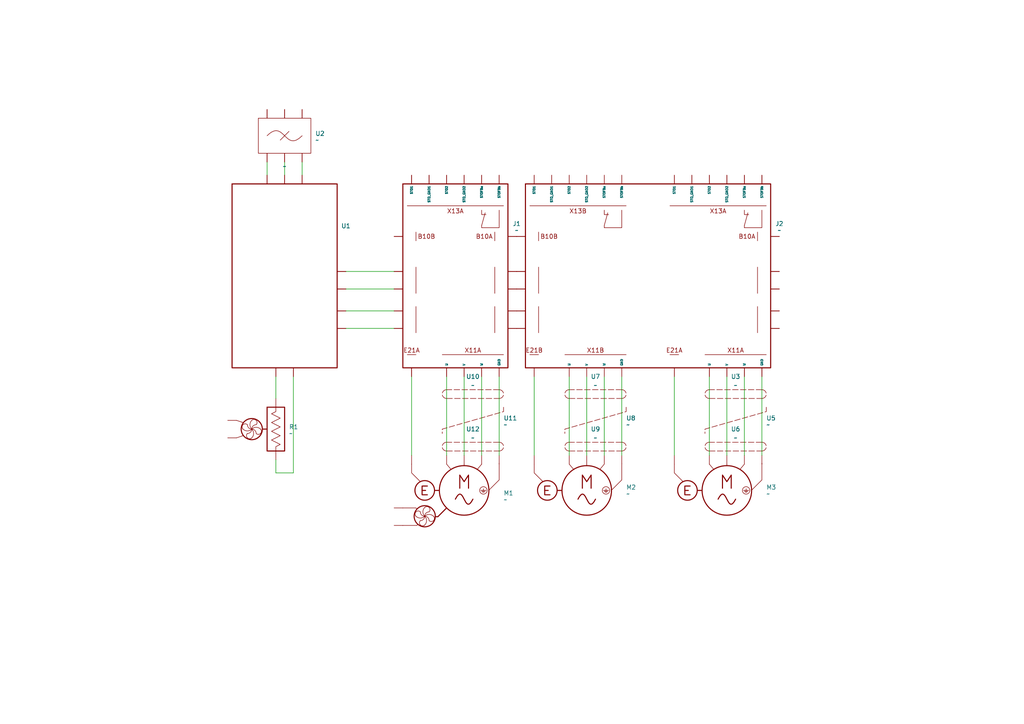
<source format=kicad_sch>
(kicad_sch
	(version 20250114)
	(generator "eeschema")
	(generator_version "9.0")
	(uuid "f71dbe2b-e7b2-4c3f-a9c6-ec1c013cd684")
	(paper "A4")
	(lib_symbols
		(symbol "000_Fagor:QC-PS-xx"
			(exclude_from_sim no)
			(in_bom yes)
			(on_board yes)
			(property "Reference" "U"
				(at 24.384 3.556 0)
				(effects
					(font
						(size 1.27 1.27)
					)
				)
			)
			(property "Value" ""
				(at 0 0 0)
				(effects
					(font
						(size 1.27 1.27)
					)
				)
			)
			(property "Footprint" ""
				(at 0 0 0)
				(effects
					(font
						(size 1.27 1.27)
					)
					(hide yes)
				)
			)
			(property "Datasheet" ""
				(at 0 0 0)
				(effects
					(font
						(size 1.27 1.27)
					)
					(hide yes)
				)
			)
			(property "Description" ""
				(at 0 0 0)
				(effects
					(font
						(size 1.27 1.27)
					)
					(hide yes)
				)
			)
			(symbol "QC-PS-xx_1_1"
				(rectangle
					(start -15.24 26.67)
					(end 15.24 -26.67)
					(stroke
						(width 0.3048)
						(type solid)
					)
					(fill
						(type none)
					)
				)
				(pin input line
					(at -5.08 29.21 270)
					(length 2.54)
					(name ""
						(effects
							(font
								(size 1.27 1.27)
							)
						)
					)
					(number ""
						(effects
							(font
								(size 1.27 1.27)
							)
						)
					)
				)
				(pin output line
					(at -2.54 -29.21 90)
					(length 2.54)
					(name ""
						(effects
							(font
								(size 1.27 1.27)
							)
						)
					)
					(number ""
						(effects
							(font
								(size 1.27 1.27)
							)
						)
					)
				)
				(pin input line
					(at 0 29.21 270)
					(length 2.54)
					(name ""
						(effects
							(font
								(size 1.27 1.27)
							)
						)
					)
					(number ""
						(effects
							(font
								(size 1.27 1.27)
							)
						)
					)
				)
				(pin input line
					(at 2.54 -29.21 90)
					(length 2.54)
					(name ""
						(effects
							(font
								(size 1.27 1.27)
							)
						)
					)
					(number ""
						(effects
							(font
								(size 1.27 1.27)
							)
						)
					)
				)
				(pin input line
					(at 5.08 29.21 270)
					(length 2.54)
					(name ""
						(effects
							(font
								(size 1.27 1.27)
							)
						)
					)
					(number ""
						(effects
							(font
								(size 1.27 1.27)
							)
						)
					)
				)
				(pin output line
					(at 17.78 1.27 180)
					(length 2.54)
					(name ""
						(effects
							(font
								(size 1.27 1.27)
							)
						)
					)
					(number ""
						(effects
							(font
								(size 1.27 1.27)
							)
						)
					)
				)
				(pin output line
					(at 17.78 -3.81 180)
					(length 2.54)
					(name ""
						(effects
							(font
								(size 1.27 1.27)
							)
						)
					)
					(number ""
						(effects
							(font
								(size 1.27 1.27)
							)
						)
					)
				)
				(pin output line
					(at 17.78 -10.16 180)
					(length 2.54)
					(name ""
						(effects
							(font
								(size 1.27 1.27)
							)
						)
					)
					(number ""
						(effects
							(font
								(size 1.27 1.27)
							)
						)
					)
				)
				(pin output line
					(at 17.78 -15.24 180)
					(length 2.54)
					(name ""
						(effects
							(font
								(size 1.27 1.27)
							)
						)
					)
					(number ""
						(effects
							(font
								(size 1.27 1.27)
							)
						)
					)
				)
			)
			(embedded_fonts no)
		)
		(symbol "000_Fagor:QC_DR_XX_FD2"
			(exclude_from_sim no)
			(in_bom yes)
			(on_board yes)
			(property "Reference" "J"
				(at -20.32 0 0)
				(effects
					(font
						(size 1.27 1.27)
					)
				)
			)
			(property "Value" ""
				(at 0 0 0)
				(effects
					(font
						(size 1.27 1.27)
					)
				)
			)
			(property "Footprint" ""
				(at 0 0 0)
				(effects
					(font
						(size 1.27 1.27)
					)
					(hide yes)
				)
			)
			(property "Datasheet" ""
				(at 0 0 0)
				(effects
					(font
						(size 1.27 1.27)
					)
					(hide yes)
				)
			)
			(property "Description" ""
				(at 0 0 0)
				(effects
					(font
						(size 1.27 1.27)
					)
					(hide yes)
				)
			)
			(symbol "QC_DR_XX_FD2_1_1"
				(rectangle
					(start -35.56 25.4)
					(end 35.56 -27.94)
					(stroke
						(width 0.3048)
						(type solid)
					)
					(fill
						(type none)
					)
				)
				(polyline
					(pts
						(xy -31.75 11.43) (xy -31.75 8.89)
					)
					(stroke
						(width 0)
						(type default)
					)
					(fill
						(type none)
					)
				)
				(polyline
					(pts
						(xy -31.75 1.27) (xy -31.75 -6.35)
					)
					(stroke
						(width 0)
						(type default)
					)
					(fill
						(type none)
					)
				)
				(polyline
					(pts
						(xy -31.75 -10.16) (xy -31.75 -17.78)
					)
					(stroke
						(width 0)
						(type default)
					)
					(fill
						(type none)
					)
				)
				(polyline
					(pts
						(xy -31.75 -24.13) (xy -34.29 -24.13)
					)
					(stroke
						(width 0)
						(type default)
					)
					(fill
						(type none)
					)
				)
				(polyline
					(pts
						(xy -24.13 -24.13) (xy -6.35 -24.13)
					)
					(stroke
						(width 0)
						(type default)
					)
					(fill
						(type none)
					)
				)
				(polyline
					(pts
						(xy -12.7 17.78) (xy -12.7 16.51) (xy -11.43 16.51)
					)
					(stroke
						(width 0)
						(type default)
					)
					(fill
						(type none)
					)
				)
				(polyline
					(pts
						(xy -12.7 13.335) (xy -12.7 12.7)
					)
					(stroke
						(width 0)
						(type default)
					)
					(fill
						(type none)
					)
				)
				(polyline
					(pts
						(xy -12.7 13.335) (xy -11.684 17.018)
					)
					(stroke
						(width 0)
						(type default)
					)
					(fill
						(type none)
					)
				)
				(polyline
					(pts
						(xy -7.62 17.78) (xy -7.62 12.7) (xy -12.7 12.7)
					)
					(stroke
						(width 0)
						(type default)
					)
					(fill
						(type none)
					)
				)
				(polyline
					(pts
						(xy -6.35 19.05) (xy -34.29 19.05)
					)
					(stroke
						(width 0)
						(type default)
					)
					(fill
						(type none)
					)
				)
				(polyline
					(pts
						(xy 8.89 -24.13) (xy 6.35 -24.13)
					)
					(stroke
						(width 0)
						(type default)
					)
					(fill
						(type none)
					)
				)
				(polyline
					(pts
						(xy 16.51 -24.13) (xy 34.29 -24.13)
					)
					(stroke
						(width 0)
						(type default)
					)
					(fill
						(type none)
					)
				)
				(polyline
					(pts
						(xy 27.94 17.78) (xy 27.94 16.51) (xy 29.21 16.51)
					)
					(stroke
						(width 0)
						(type default)
					)
					(fill
						(type none)
					)
				)
				(polyline
					(pts
						(xy 27.94 13.335) (xy 27.94 12.7)
					)
					(stroke
						(width 0)
						(type default)
					)
					(fill
						(type none)
					)
				)
				(polyline
					(pts
						(xy 27.94 13.335) (xy 28.956 17.018)
					)
					(stroke
						(width 0)
						(type default)
					)
					(fill
						(type none)
					)
				)
				(polyline
					(pts
						(xy 31.75 11.43) (xy 31.75 8.89)
					)
					(stroke
						(width 0)
						(type default)
					)
					(fill
						(type none)
					)
				)
				(polyline
					(pts
						(xy 31.75 1.27) (xy 31.75 -6.35)
					)
					(stroke
						(width 0)
						(type default)
					)
					(fill
						(type none)
					)
				)
				(polyline
					(pts
						(xy 31.75 -10.16) (xy 31.75 -17.78)
					)
					(stroke
						(width 0)
						(type default)
					)
					(fill
						(type none)
					)
				)
				(polyline
					(pts
						(xy 33.02 17.78) (xy 33.02 12.7) (xy 27.94 12.7)
					)
					(stroke
						(width 0)
						(type default)
					)
					(fill
						(type none)
					)
				)
				(polyline
					(pts
						(xy 34.29 19.05) (xy 6.35 19.05)
					)
					(stroke
						(width 0)
						(type default)
					)
					(fill
						(type none)
					)
				)
				(text "E21B"
					(at -33.02 -22.86 0)
					(effects
						(font
							(size 1.27 1.27)
						)
					)
				)
				(text "B10B"
					(at -28.702 10.16 0)
					(effects
						(font
							(size 1.27 1.27)
						)
					)
				)
				(text "X13B"
					(at -20.32 17.526 0)
					(effects
						(font
							(size 1.27 1.27)
						)
					)
				)
				(text "X11B"
					(at -15.24 -22.86 0)
					(effects
						(font
							(size 1.27 1.27)
						)
					)
				)
				(text "E21A"
					(at 7.62 -22.86 0)
					(effects
						(font
							(size 1.27 1.27)
						)
					)
				)
				(text "X13A"
					(at 20.32 17.526 0)
					(effects
						(font
							(size 1.27 1.27)
						)
					)
				)
				(text "X11A"
					(at 25.4 -22.86 0)
					(effects
						(font
							(size 1.27 1.27)
						)
					)
				)
				(text "B10A"
					(at 28.702 10.16 0)
					(effects
						(font
							(size 1.27 1.27)
						)
					)
				)
				(pin output line
					(at -38.1 10.16 0)
					(length 2.54)
					(name ""
						(effects
							(font
								(size 1.27 1.27)
							)
						)
					)
					(number ""
						(effects
							(font
								(size 0.635 0.635)
							)
						)
					)
				)
				(pin output line
					(at -38.1 0 0)
					(length 2.54)
					(name ""
						(effects
							(font
								(size 1.27 1.27)
							)
						)
					)
					(number ""
						(effects
							(font
								(size 0.635 0.635)
							)
						)
					)
				)
				(pin output line
					(at -38.1 -5.08 0)
					(length 2.54)
					(name ""
						(effects
							(font
								(size 1.27 1.27)
							)
						)
					)
					(number ""
						(effects
							(font
								(size 0.635 0.635)
							)
						)
					)
				)
				(pin output line
					(at -38.1 -11.43 0)
					(length 2.54)
					(name ""
						(effects
							(font
								(size 1.27 1.27)
							)
						)
					)
					(number ""
						(effects
							(font
								(size 0.635 0.635)
							)
						)
					)
				)
				(pin output line
					(at -38.1 -16.51 0)
					(length 2.54)
					(name ""
						(effects
							(font
								(size 1.27 1.27)
							)
						)
					)
					(number ""
						(effects
							(font
								(size 0.635 0.635)
							)
						)
					)
				)
				(pin output line
					(at -33.02 27.94 270)
					(length 2.54)
					(name "STO1"
						(effects
							(font
								(size 0.635 0.635)
							)
						)
					)
					(number ""
						(effects
							(font
								(size 0.635 0.635)
							)
						)
					)
				)
				(pin output line
					(at -33.02 -30.48 90)
					(length 2.54)
					(name ""
						(effects
							(font
								(size 1.27 1.27)
							)
						)
					)
					(number ""
						(effects
							(font
								(size 0.635 0.635)
							)
						)
					)
				)
				(pin output line
					(at -27.94 27.94 270)
					(length 2.54)
					(name "STO_GND1"
						(effects
							(font
								(size 0.635 0.635)
							)
						)
					)
					(number ""
						(effects
							(font
								(size 0.635 0.635)
							)
						)
					)
				)
				(pin output line
					(at -22.86 27.94 270)
					(length 2.54)
					(name "STO2"
						(effects
							(font
								(size 0.635 0.635)
							)
						)
					)
					(number ""
						(effects
							(font
								(size 0.635 0.635)
							)
						)
					)
				)
				(pin output line
					(at -22.86 -30.48 90)
					(length 2.54)
					(name "U"
						(effects
							(font
								(size 0.635 0.635)
							)
						)
					)
					(number ""
						(effects
							(font
								(size 0.635 0.635)
							)
						)
					)
				)
				(pin output line
					(at -17.78 27.94 270)
					(length 2.54)
					(name "STO_GND2"
						(effects
							(font
								(size 0.635 0.635)
							)
						)
					)
					(number ""
						(effects
							(font
								(size 0.635 0.635)
							)
						)
					)
				)
				(pin output line
					(at -17.78 -30.48 90)
					(length 2.54)
					(name "V"
						(effects
							(font
								(size 0.635 0.635)
							)
						)
					)
					(number ""
						(effects
							(font
								(size 0.635 0.635)
							)
						)
					)
				)
				(pin output line
					(at -12.7 27.94 270)
					(length 2.54)
					(name "STOFBa"
						(effects
							(font
								(size 0.635 0.635)
							)
						)
					)
					(number ""
						(effects
							(font
								(size 0.635 0.635)
							)
						)
					)
				)
				(pin output line
					(at -12.7 -30.48 90)
					(length 2.54)
					(name "W"
						(effects
							(font
								(size 0.635 0.635)
							)
						)
					)
					(number ""
						(effects
							(font
								(size 0.635 0.635)
							)
						)
					)
				)
				(pin output line
					(at -7.62 27.94 270)
					(length 2.54)
					(name "STOFBb"
						(effects
							(font
								(size 0.635 0.635)
							)
						)
					)
					(number ""
						(effects
							(font
								(size 0.635 0.635)
							)
						)
					)
				)
				(pin output line
					(at -7.62 -30.48 90)
					(length 2.54)
					(name "GND"
						(effects
							(font
								(size 0.635 0.635)
							)
						)
					)
					(number ""
						(effects
							(font
								(size 0.635 0.635)
							)
						)
					)
				)
				(pin output line
					(at 7.62 27.94 270)
					(length 2.54)
					(name "STO1"
						(effects
							(font
								(size 0.635 0.635)
							)
						)
					)
					(number ""
						(effects
							(font
								(size 0.635 0.635)
							)
						)
					)
				)
				(pin output line
					(at 7.62 -30.48 90)
					(length 2.54)
					(name ""
						(effects
							(font
								(size 1.27 1.27)
							)
						)
					)
					(number ""
						(effects
							(font
								(size 0.635 0.635)
							)
						)
					)
				)
				(pin output line
					(at 12.7 27.94 270)
					(length 2.54)
					(name "STO_GND1"
						(effects
							(font
								(size 0.635 0.635)
							)
						)
					)
					(number ""
						(effects
							(font
								(size 0.635 0.635)
							)
						)
					)
				)
				(pin output line
					(at 17.78 27.94 270)
					(length 2.54)
					(name "STO2"
						(effects
							(font
								(size 0.635 0.635)
							)
						)
					)
					(number ""
						(effects
							(font
								(size 0.635 0.635)
							)
						)
					)
				)
				(pin output line
					(at 17.78 -30.48 90)
					(length 2.54)
					(name "U"
						(effects
							(font
								(size 0.635 0.635)
							)
						)
					)
					(number ""
						(effects
							(font
								(size 0.635 0.635)
							)
						)
					)
				)
				(pin output line
					(at 22.86 27.94 270)
					(length 2.54)
					(name "STO_GND2"
						(effects
							(font
								(size 0.635 0.635)
							)
						)
					)
					(number ""
						(effects
							(font
								(size 0.635 0.635)
							)
						)
					)
				)
				(pin output line
					(at 22.86 -30.48 90)
					(length 2.54)
					(name "V"
						(effects
							(font
								(size 0.635 0.635)
							)
						)
					)
					(number ""
						(effects
							(font
								(size 0.635 0.635)
							)
						)
					)
				)
				(pin output line
					(at 27.94 27.94 270)
					(length 2.54)
					(name "STOFBa"
						(effects
							(font
								(size 0.635 0.635)
							)
						)
					)
					(number ""
						(effects
							(font
								(size 0.635 0.635)
							)
						)
					)
				)
				(pin output line
					(at 27.94 -30.48 90)
					(length 2.54)
					(name "W"
						(effects
							(font
								(size 0.635 0.635)
							)
						)
					)
					(number ""
						(effects
							(font
								(size 0.635 0.635)
							)
						)
					)
				)
				(pin output line
					(at 33.02 27.94 270)
					(length 2.54)
					(name "STOFBb"
						(effects
							(font
								(size 0.635 0.635)
							)
						)
					)
					(number ""
						(effects
							(font
								(size 0.635 0.635)
							)
						)
					)
				)
				(pin output line
					(at 33.02 -30.48 90)
					(length 2.54)
					(name "GND"
						(effects
							(font
								(size 0.635 0.635)
							)
						)
					)
					(number ""
						(effects
							(font
								(size 0.635 0.635)
							)
						)
					)
				)
				(pin output line
					(at 38.1 10.16 180)
					(length 2.54)
					(name ""
						(effects
							(font
								(size 1.27 1.27)
							)
						)
					)
					(number ""
						(effects
							(font
								(size 0.635 0.635)
							)
						)
					)
				)
				(pin output line
					(at 38.1 0 180)
					(length 2.54)
					(name ""
						(effects
							(font
								(size 1.27 1.27)
							)
						)
					)
					(number ""
						(effects
							(font
								(size 0.635 0.635)
							)
						)
					)
				)
				(pin output line
					(at 38.1 -5.08 180)
					(length 2.54)
					(name ""
						(effects
							(font
								(size 1.27 1.27)
							)
						)
					)
					(number ""
						(effects
							(font
								(size 0.635 0.635)
							)
						)
					)
				)
				(pin output line
					(at 38.1 -11.43 180)
					(length 2.54)
					(name ""
						(effects
							(font
								(size 1.27 1.27)
							)
						)
					)
					(number ""
						(effects
							(font
								(size 0.635 0.635)
							)
						)
					)
				)
				(pin output line
					(at 38.1 -16.51 180)
					(length 2.54)
					(name ""
						(effects
							(font
								(size 1.27 1.27)
							)
						)
					)
					(number ""
						(effects
							(font
								(size 0.635 0.635)
							)
						)
					)
				)
			)
			(embedded_fonts no)
		)
		(symbol "000_Fagor:QC_DR_XX_FS1"
			(exclude_from_sim no)
			(in_bom yes)
			(on_board yes)
			(property "Reference" "J"
				(at 0 0 0)
				(effects
					(font
						(size 1.27 1.27)
					)
				)
			)
			(property "Value" ""
				(at 0 0 0)
				(effects
					(font
						(size 1.27 1.27)
					)
				)
			)
			(property "Footprint" ""
				(at 0 0 0)
				(effects
					(font
						(size 1.27 1.27)
					)
					(hide yes)
				)
			)
			(property "Datasheet" ""
				(at 0 0 0)
				(effects
					(font
						(size 1.27 1.27)
					)
					(hide yes)
				)
			)
			(property "Description" ""
				(at 0 0 0)
				(effects
					(font
						(size 1.27 1.27)
					)
					(hide yes)
				)
			)
			(symbol "QC_DR_XX_FS1_1_1"
				(rectangle
					(start -15.24 25.4)
					(end 15.24 -27.94)
					(stroke
						(width 0.3048)
						(type solid)
					)
					(fill
						(type none)
					)
				)
				(polyline
					(pts
						(xy -11.43 11.43) (xy -11.43 8.89)
					)
					(stroke
						(width 0)
						(type default)
					)
					(fill
						(type none)
					)
				)
				(polyline
					(pts
						(xy -11.43 1.27) (xy -11.43 -6.35)
					)
					(stroke
						(width 0)
						(type default)
					)
					(fill
						(type none)
					)
				)
				(polyline
					(pts
						(xy -11.43 -10.16) (xy -11.43 -17.78)
					)
					(stroke
						(width 0)
						(type default)
					)
					(fill
						(type none)
					)
				)
				(polyline
					(pts
						(xy -11.43 -24.13) (xy -13.97 -24.13)
					)
					(stroke
						(width 0)
						(type default)
					)
					(fill
						(type none)
					)
				)
				(polyline
					(pts
						(xy -3.81 -24.13) (xy 13.97 -24.13)
					)
					(stroke
						(width 0)
						(type default)
					)
					(fill
						(type none)
					)
				)
				(polyline
					(pts
						(xy 7.62 17.78) (xy 7.62 16.51) (xy 8.89 16.51)
					)
					(stroke
						(width 0)
						(type default)
					)
					(fill
						(type none)
					)
				)
				(polyline
					(pts
						(xy 7.62 13.335) (xy 7.62 12.7)
					)
					(stroke
						(width 0)
						(type default)
					)
					(fill
						(type none)
					)
				)
				(polyline
					(pts
						(xy 7.62 13.335) (xy 8.636 17.018)
					)
					(stroke
						(width 0)
						(type default)
					)
					(fill
						(type none)
					)
				)
				(polyline
					(pts
						(xy 11.43 11.43) (xy 11.43 8.89)
					)
					(stroke
						(width 0)
						(type default)
					)
					(fill
						(type none)
					)
				)
				(polyline
					(pts
						(xy 11.43 1.27) (xy 11.43 -6.35)
					)
					(stroke
						(width 0)
						(type default)
					)
					(fill
						(type none)
					)
				)
				(polyline
					(pts
						(xy 11.43 -10.16) (xy 11.43 -17.78)
					)
					(stroke
						(width 0)
						(type default)
					)
					(fill
						(type none)
					)
				)
				(polyline
					(pts
						(xy 12.7 17.78) (xy 12.7 12.7) (xy 7.62 12.7)
					)
					(stroke
						(width 0)
						(type default)
					)
					(fill
						(type none)
					)
				)
				(polyline
					(pts
						(xy 13.97 19.05) (xy -13.97 19.05)
					)
					(stroke
						(width 0)
						(type default)
					)
					(fill
						(type none)
					)
				)
				(text "E21A"
					(at -12.7 -22.86 0)
					(effects
						(font
							(size 1.27 1.27)
						)
					)
				)
				(text "B10B"
					(at -8.382 10.16 0)
					(effects
						(font
							(size 1.27 1.27)
						)
					)
				)
				(text "X13A"
					(at 0 17.526 0)
					(effects
						(font
							(size 1.27 1.27)
						)
					)
				)
				(text "X11A"
					(at 5.08 -22.86 0)
					(effects
						(font
							(size 1.27 1.27)
						)
					)
				)
				(text "B10A"
					(at 8.382 10.16 0)
					(effects
						(font
							(size 1.27 1.27)
						)
					)
				)
				(pin output line
					(at -17.78 10.16 0)
					(length 2.54)
					(name ""
						(effects
							(font
								(size 1.27 1.27)
							)
						)
					)
					(number ""
						(effects
							(font
								(size 0.635 0.635)
							)
						)
					)
				)
				(pin output line
					(at -17.78 0 0)
					(length 2.54)
					(name ""
						(effects
							(font
								(size 1.27 1.27)
							)
						)
					)
					(number ""
						(effects
							(font
								(size 0.635 0.635)
							)
						)
					)
				)
				(pin output line
					(at -17.78 -5.08 0)
					(length 2.54)
					(name ""
						(effects
							(font
								(size 1.27 1.27)
							)
						)
					)
					(number ""
						(effects
							(font
								(size 0.635 0.635)
							)
						)
					)
				)
				(pin output line
					(at -17.78 -11.43 0)
					(length 2.54)
					(name ""
						(effects
							(font
								(size 1.27 1.27)
							)
						)
					)
					(number ""
						(effects
							(font
								(size 0.635 0.635)
							)
						)
					)
				)
				(pin output line
					(at -17.78 -16.51 0)
					(length 2.54)
					(name ""
						(effects
							(font
								(size 1.27 1.27)
							)
						)
					)
					(number ""
						(effects
							(font
								(size 0.635 0.635)
							)
						)
					)
				)
				(pin output line
					(at -12.7 27.94 270)
					(length 2.54)
					(name "STO1"
						(effects
							(font
								(size 0.635 0.635)
							)
						)
					)
					(number ""
						(effects
							(font
								(size 0.635 0.635)
							)
						)
					)
				)
				(pin output line
					(at -12.7 -30.48 90)
					(length 2.54)
					(name ""
						(effects
							(font
								(size 1.27 1.27)
							)
						)
					)
					(number ""
						(effects
							(font
								(size 0.635 0.635)
							)
						)
					)
				)
				(pin output line
					(at -7.62 27.94 270)
					(length 2.54)
					(name "STO_GND1"
						(effects
							(font
								(size 0.635 0.635)
							)
						)
					)
					(number ""
						(effects
							(font
								(size 0.635 0.635)
							)
						)
					)
				)
				(pin output line
					(at -2.54 27.94 270)
					(length 2.54)
					(name "STO2"
						(effects
							(font
								(size 0.635 0.635)
							)
						)
					)
					(number ""
						(effects
							(font
								(size 0.635 0.635)
							)
						)
					)
				)
				(pin output line
					(at -2.54 -30.48 90)
					(length 2.54)
					(name "U"
						(effects
							(font
								(size 0.635 0.635)
							)
						)
					)
					(number ""
						(effects
							(font
								(size 0.635 0.635)
							)
						)
					)
				)
				(pin output line
					(at 2.54 27.94 270)
					(length 2.54)
					(name "STO_GND2"
						(effects
							(font
								(size 0.635 0.635)
							)
						)
					)
					(number ""
						(effects
							(font
								(size 0.635 0.635)
							)
						)
					)
				)
				(pin output line
					(at 2.54 -30.48 90)
					(length 2.54)
					(name "V"
						(effects
							(font
								(size 0.635 0.635)
							)
						)
					)
					(number ""
						(effects
							(font
								(size 0.635 0.635)
							)
						)
					)
				)
				(pin output line
					(at 7.62 27.94 270)
					(length 2.54)
					(name "STOFBa"
						(effects
							(font
								(size 0.635 0.635)
							)
						)
					)
					(number ""
						(effects
							(font
								(size 0.635 0.635)
							)
						)
					)
				)
				(pin output line
					(at 7.62 -30.48 90)
					(length 2.54)
					(name "W"
						(effects
							(font
								(size 0.635 0.635)
							)
						)
					)
					(number ""
						(effects
							(font
								(size 0.635 0.635)
							)
						)
					)
				)
				(pin output line
					(at 12.7 27.94 270)
					(length 2.54)
					(name "STOFBb"
						(effects
							(font
								(size 0.635 0.635)
							)
						)
					)
					(number ""
						(effects
							(font
								(size 0.635 0.635)
							)
						)
					)
				)
				(pin output line
					(at 12.7 -30.48 90)
					(length 2.54)
					(name "GND"
						(effects
							(font
								(size 0.635 0.635)
							)
						)
					)
					(number ""
						(effects
							(font
								(size 0.635 0.635)
							)
						)
					)
				)
				(pin output line
					(at 17.78 10.16 180)
					(length 2.54)
					(name ""
						(effects
							(font
								(size 1.27 1.27)
							)
						)
					)
					(number ""
						(effects
							(font
								(size 0.635 0.635)
							)
						)
					)
				)
				(pin output line
					(at 17.78 0 180)
					(length 2.54)
					(name ""
						(effects
							(font
								(size 1.27 1.27)
							)
						)
					)
					(number ""
						(effects
							(font
								(size 0.635 0.635)
							)
						)
					)
				)
				(pin output line
					(at 17.78 -5.08 180)
					(length 2.54)
					(name ""
						(effects
							(font
								(size 1.27 1.27)
							)
						)
					)
					(number ""
						(effects
							(font
								(size 0.635 0.635)
							)
						)
					)
				)
				(pin output line
					(at 17.78 -11.43 180)
					(length 2.54)
					(name ""
						(effects
							(font
								(size 1.27 1.27)
							)
						)
					)
					(number ""
						(effects
							(font
								(size 0.635 0.635)
							)
						)
					)
				)
				(pin output line
					(at 17.78 -16.51 180)
					(length 2.54)
					(name ""
						(effects
							(font
								(size 1.27 1.27)
							)
						)
					)
					(number ""
						(effects
							(font
								(size 0.635 0.635)
							)
						)
					)
				)
			)
			(embedded_fonts no)
		)
		(symbol "000_Fagor:filtro_red_3Fases"
			(exclude_from_sim no)
			(in_bom yes)
			(on_board yes)
			(property "Reference" "U"
				(at 17.78 0 0)
				(effects
					(font
						(size 1.27 1.27)
					)
				)
			)
			(property "Value" ""
				(at 0 0 0)
				(effects
					(font
						(size 1.27 1.27)
					)
				)
			)
			(property "Footprint" ""
				(at 0 0 0)
				(effects
					(font
						(size 1.27 1.27)
					)
					(hide yes)
				)
			)
			(property "Datasheet" ""
				(at 0 0 0)
				(effects
					(font
						(size 1.27 1.27)
					)
					(hide yes)
				)
			)
			(property "Description" ""
				(at 0 0 0)
				(effects
					(font
						(size 1.27 1.27)
					)
					(hide yes)
				)
			)
			(symbol "filtro_red_3Fases_0_1"
				(rectangle
					(start -7.62 5.08)
					(end 7.62 -5.08)
					(stroke
						(width 0)
						(type default)
					)
					(fill
						(type none)
					)
				)
				(bezier
					(pts
						(xy -5.08 0) (xy 0 5.08) (xy 0 -5.08) (xy 5.08 0)
					)
					(stroke
						(width 0)
						(type default)
					)
					(fill
						(type none)
					)
				)
				(polyline
					(pts
						(xy -1.27 -1.27) (xy 1.27 1.27)
					)
					(stroke
						(width 0)
						(type default)
					)
					(fill
						(type none)
					)
				)
			)
			(symbol "filtro_red_3Fases_1_1"
				(pin input line
					(at -5.08 7.62 270)
					(length 2.54)
					(name ""
						(effects
							(font
								(size 1.27 1.27)
							)
						)
					)
					(number ""
						(effects
							(font
								(size 1.27 1.27)
							)
						)
					)
				)
				(pin output line
					(at -5.08 -7.62 90)
					(length 2.54)
					(name ""
						(effects
							(font
								(size 1.27 1.27)
							)
						)
					)
					(number ""
						(effects
							(font
								(size 1.27 1.27)
							)
						)
					)
				)
				(pin input line
					(at 0 7.62 270)
					(length 2.54)
					(name ""
						(effects
							(font
								(size 1.27 1.27)
							)
						)
					)
					(number ""
						(effects
							(font
								(size 1.27 1.27)
							)
						)
					)
				)
				(pin output line
					(at 0 -7.62 90)
					(length 2.54)
					(name ""
						(effects
							(font
								(size 1.27 1.27)
							)
						)
					)
					(number ""
						(effects
							(font
								(size 1.27 1.27)
							)
						)
					)
				)
				(pin input line
					(at 5.08 7.62 270)
					(length 2.54)
					(name ""
						(effects
							(font
								(size 1.27 1.27)
							)
						)
					)
					(number ""
						(effects
							(font
								(size 1.27 1.27)
							)
						)
					)
				)
				(pin output line
					(at 5.08 -7.62 90)
					(length 2.54)
					(name ""
						(effects
							(font
								(size 1.27 1.27)
							)
						)
					)
					(number ""
						(effects
							(font
								(size 1.27 1.27)
							)
						)
					)
				)
			)
			(embedded_fonts no)
		)
		(symbol "000_Fagor:resistencia_frenado"
			(exclude_from_sim no)
			(in_bom yes)
			(on_board yes)
			(property "Reference" "R"
				(at 4.318 0 0)
				(effects
					(font
						(size 1.27 1.27)
					)
				)
			)
			(property "Value" ""
				(at 0 0 0)
				(effects
					(font
						(size 1.27 1.27)
					)
				)
			)
			(property "Footprint" ""
				(at 0 0 0)
				(effects
					(font
						(size 1.27 1.27)
					)
					(hide yes)
				)
			)
			(property "Datasheet" ""
				(at 0 0 0)
				(effects
					(font
						(size 1.27 1.27)
					)
					(hide yes)
				)
			)
			(property "Description" ""
				(at 0 0 0)
				(effects
					(font
						(size 1.27 1.27)
					)
					(hide yes)
				)
			)
			(symbol "resistencia_frenado_0_1"
				(arc
					(start -9.525 1.2701)
					(mid -8.89 1.5331)
					(end -8.255 1.2701)
					(stroke
						(width 0)
						(type default)
					)
					(fill
						(type none)
					)
				)
				(arc
					(start -9.525 0.0001)
					(mid -9.788 0.6351)
					(end -9.525 1.2701)
					(stroke
						(width 0)
						(type default)
					)
					(fill
						(type none)
					)
				)
				(arc
					(start -6.985 0.0001)
					(mid -8.255 -0.526)
					(end -9.525 0.0001)
					(stroke
						(width 0)
						(type default)
					)
					(fill
						(type none)
					)
				)
				(arc
					(start -6.9848 0.0001)
					(mid -7.3568 -0.8979)
					(end -8.2548 -1.2699)
					(stroke
						(width 0)
						(type default)
					)
					(fill
						(type none)
					)
				)
				(arc
					(start -6.9848 0.0001)
					(mid -6.4587 -1.2699)
					(end -6.9848 -2.5399)
					(stroke
						(width 0)
						(type default)
					)
					(fill
						(type none)
					)
				)
				(arc
					(start -6.9848 -2.5399)
					(mid -7.6198 -2.8029)
					(end -8.2548 -2.5399)
					(stroke
						(width 0)
						(type default)
					)
					(fill
						(type none)
					)
				)
				(arc
					(start -8.2548 -2.5399)
					(mid -8.5178 -1.9049)
					(end -8.2548 -1.2699)
					(stroke
						(width 0)
						(type default)
					)
					(fill
						(type none)
					)
				)
				(arc
					(start -6.9849 0.0002)
					(mid -6.0869 -0.3718)
					(end -5.7149 -1.2698)
					(stroke
						(width 0)
						(type default)
					)
					(fill
						(type none)
					)
				)
				(arc
					(start -6.985 0.0001)
					(mid -7.883 0.3721)
					(end -8.255 1.2701)
					(stroke
						(width 0)
						(type default)
					)
					(fill
						(type none)
					)
				)
				(arc
					(start -6.9849 2.5402)
					(mid -5.7149 2.5402)
					(end -5.7149 1.2702)
					(stroke
						(width 0)
						(type default)
					)
					(fill
						(type none)
					)
				)
				(arc
					(start -6.9849 0.0002)
					(mid -7.511 1.2702)
					(end -6.9849 2.5402)
					(stroke
						(width 0)
						(type default)
					)
					(fill
						(type none)
					)
				)
				(arc
					(start -6.9849 0.0002)
					(mid -5.7149 0.5263)
					(end -4.4449 0.0002)
					(stroke
						(width 0)
						(type default)
					)
					(fill
						(type none)
					)
				)
				(arc
					(start -6.9849 0.0002)
					(mid -6.6129 0.8982)
					(end -5.7149 1.2702)
					(stroke
						(width 0)
						(type default)
					)
					(fill
						(type none)
					)
				)
				(arc
					(start -4.4449 0.0002)
					(mid -4.1819 -0.6348)
					(end -4.4449 -1.2698)
					(stroke
						(width 0)
						(type default)
					)
					(fill
						(type none)
					)
				)
				(arc
					(start -4.4449 -1.2698)
					(mid -5.0799 -1.5328)
					(end -5.7149 -1.2698)
					(stroke
						(width 0)
						(type default)
					)
					(fill
						(type none)
					)
				)
				(polyline
					(pts
						(xy 0 6.35) (xy 0 5.08) (xy -1.27 4.445) (xy 1.27 3.175) (xy -1.27 1.905) (xy 1.27 0.635) (xy -1.27 -0.635)
						(xy 1.27 -1.905) (xy -1.27 -3.175) (xy 1.27 -4.445) (xy 0 -5.08) (xy 0 -6.35)
					)
					(stroke
						(width 0)
						(type default)
					)
					(fill
						(type none)
					)
				)
			)
			(symbol "resistencia_frenado_1_1"
				(polyline
					(pts
						(xy -11.43 2.54) (xy -9.525 1.905)
					)
					(stroke
						(width 0)
						(type default)
					)
					(fill
						(type none)
					)
				)
				(polyline
					(pts
						(xy -11.43 -2.54) (xy -9.525 -1.905)
					)
					(stroke
						(width 0)
						(type default)
					)
					(fill
						(type none)
					)
				)
				(circle
					(center -6.9849 0.0002)
					(radius 3.0691)
					(stroke
						(width 0.3048)
						(type solid)
					)
					(fill
						(type none)
					)
				)
				(rectangle
					(start -2.54 6.35)
					(end 2.54 -6.35)
					(stroke
						(width 0.3048)
						(type solid)
					)
					(fill
						(type none)
					)
				)
				(polyline
					(pts
						(xy -2.54 0) (xy -3.81 0)
					)
					(stroke
						(width 0.3048)
						(type solid)
					)
					(fill
						(type none)
					)
				)
				(pin input line
					(at -13.97 2.54 0)
					(length 2.54)
					(name ""
						(effects
							(font
								(size 1.27 1.27)
							)
						)
					)
					(number ""
						(effects
							(font
								(size 1.27 1.27)
							)
						)
					)
				)
				(pin input line
					(at -13.97 -2.54 0)
					(length 2.54)
					(name ""
						(effects
							(font
								(size 1.27 1.27)
							)
						)
					)
					(number ""
						(effects
							(font
								(size 1.27 1.27)
							)
						)
					)
				)
				(pin input line
					(at 0 8.89 270)
					(length 2.54)
					(name ""
						(effects
							(font
								(size 1.27 1.27)
							)
						)
					)
					(number ""
						(effects
							(font
								(size 1.27 1.27)
							)
						)
					)
				)
				(pin output line
					(at 0 -8.89 90)
					(length 2.54)
					(name ""
						(effects
							(font
								(size 1.27 1.27)
							)
						)
					)
					(number ""
						(effects
							(font
								(size 1.27 1.27)
							)
						)
					)
				)
			)
			(embedded_fonts no)
		)
		(symbol "000_cables:pantalla_4Fases"
			(exclude_from_sim no)
			(in_bom yes)
			(on_board yes)
			(property "Reference" "U"
				(at 0 0 0)
				(effects
					(font
						(size 1.27 1.27)
					)
				)
			)
			(property "Value" ""
				(at 0 0 0)
				(effects
					(font
						(size 1.27 1.27)
					)
				)
			)
			(property "Footprint" ""
				(at 0 0 0)
				(effects
					(font
						(size 1.27 1.27)
					)
					(hide yes)
				)
			)
			(property "Datasheet" ""
				(at 0 0 0)
				(effects
					(font
						(size 1.27 1.27)
					)
					(hide yes)
				)
			)
			(property "Description" ""
				(at 0 0 0)
				(effects
					(font
						(size 1.27 1.27)
					)
					(hide yes)
				)
			)
			(symbol "pantalla_4Fases_1_1"
				(polyline
					(pts
						(xy 8.89 3.81) (xy 8.89 2.54) (xy -8.89 -2.54) (xy -8.89 -3.81)
					)
					(stroke
						(width 0)
						(type dash)
					)
					(fill
						(type none)
					)
				)
			)
			(embedded_fonts no)
		)
		(symbol "000_cables:pantalla_4hilos"
			(exclude_from_sim no)
			(in_bom yes)
			(on_board yes)
			(property "Reference" "U"
				(at 0 0 0)
				(effects
					(font
						(size 1.27 1.27)
					)
				)
			)
			(property "Value" ""
				(at 0 0 0)
				(effects
					(font
						(size 1.27 1.27)
					)
				)
			)
			(property "Footprint" ""
				(at 0 0 0)
				(effects
					(font
						(size 1.27 1.27)
					)
					(hide yes)
				)
			)
			(property "Datasheet" ""
				(at 0 0 0)
				(effects
					(font
						(size 1.27 1.27)
					)
					(hide yes)
				)
			)
			(property "Description" ""
				(at 0 0 0)
				(effects
					(font
						(size 1.27 1.27)
					)
					(hide yes)
				)
			)
			(symbol "pantalla_4hilos_1_1"
				(arc
					(start -7.62 -1.27)
					(mid -8.89 0)
					(end -7.62 1.27)
					(stroke
						(width 0)
						(type dash)
					)
					(fill
						(type none)
					)
				)
				(polyline
					(pts
						(xy -7.62 -1.27) (xy 7.62 -1.27)
					)
					(stroke
						(width 0)
						(type dash)
					)
					(fill
						(type none)
					)
				)
				(polyline
					(pts
						(xy 7.62 1.27) (xy -7.62 1.27)
					)
					(stroke
						(width 0)
						(type dash)
					)
					(fill
						(type none)
					)
				)
				(arc
					(start 7.62 1.27)
					(mid 8.89 0)
					(end 7.62 -1.27)
					(stroke
						(width 0)
						(type dash)
					)
					(fill
						(type none)
					)
				)
			)
			(embedded_fonts no)
		)
		(symbol "001_motores:motor_3P+GND_encoder"
			(exclude_from_sim no)
			(in_bom yes)
			(on_board yes)
			(property "Reference" "M"
				(at 8.636 0 0)
				(effects
					(font
						(size 1.27 1.27)
					)
				)
			)
			(property "Value" ""
				(at 0 0 0)
				(effects
					(font
						(size 1.27 1.27)
					)
				)
			)
			(property "Footprint" ""
				(at 0 0 0)
				(effects
					(font
						(size 1.27 1.27)
					)
					(hide yes)
				)
			)
			(property "Datasheet" ""
				(at 0 0 0)
				(effects
					(font
						(size 1.27 1.27)
					)
					(hide yes)
				)
			)
			(property "Description" ""
				(at 0 0 0)
				(effects
					(font
						(size 1.27 1.27)
					)
					(hide yes)
				)
			)
			(symbol "motor_3P+GND_encoder_0_1"
				(polyline
					(pts
						(xy 0 7.62) (xy 0 7.366) (xy 0 7.112)
					)
					(stroke
						(width 0)
						(type default)
					)
					(fill
						(type none)
					)
				)
				(polyline
					(pts
						(xy 4.826 0) (xy 6.35 0)
					)
					(stroke
						(width 0)
						(type default)
					)
					(fill
						(type none)
					)
				)
				(polyline
					(pts
						(xy 5.08 -0.254) (xy 6.096 -0.254)
					)
					(stroke
						(width 0)
						(type default)
					)
					(fill
						(type none)
					)
				)
				(polyline
					(pts
						(xy 5.334 -0.508) (xy 5.842 -0.508)
					)
					(stroke
						(width 0)
						(type default)
					)
					(fill
						(type none)
					)
				)
				(polyline
					(pts
						(xy 5.588 0.508) (xy 5.588 0)
					)
					(stroke
						(width 0)
						(type default)
					)
					(fill
						(type none)
					)
				)
				(circle
					(center 5.588 0)
					(radius 1.0776)
					(stroke
						(width 0)
						(type default)
					)
					(fill
						(type none)
					)
				)
				(polyline
					(pts
						(xy 7.112 0) (xy 10.16 3.048) (xy 10.16 7.874)
					)
					(stroke
						(width 0)
						(type default)
					)
					(fill
						(type none)
					)
				)
			)
			(symbol "motor_3P+GND_encoder_1_1"
				(polyline
					(pts
						(xy -12.7 2.54) (xy -15.24 5.08) (xy -15.24 7.62)
					)
					(stroke
						(width 0)
						(type default)
					)
					(fill
						(type none)
					)
				)
				(polyline
					(pts
						(xy -12.192 0) (xy -11.176 0)
					)
					(stroke
						(width 0.3048)
						(type solid)
					)
					(fill
						(type none)
					)
				)
				(circle
					(center -11.43 0)
					(radius 2.8398)
					(stroke
						(width 0.3048)
						(type solid)
					)
					(fill
						(type none)
					)
				)
				(polyline
					(pts
						(xy -10.668 1.27) (xy -12.192 1.27) (xy -12.192 -1.27) (xy -10.668 -1.27)
					)
					(stroke
						(width 0.3048)
						(type solid)
					)
					(fill
						(type none)
					)
				)
				(polyline
					(pts
						(xy -7.366 0) (xy -8.382 0)
					)
					(stroke
						(width 0.3048)
						(type solid)
					)
					(fill
						(type none)
					)
				)
				(polyline
					(pts
						(xy -5.08 7.62) (xy -3.81 6.096)
					)
					(stroke
						(width 0)
						(type default)
					)
					(fill
						(type none)
					)
				)
				(bezier
					(pts
						(xy -2.54 -2.54) (xy 0 2.54) (xy 0 -7.62) (xy 2.54 -2.54)
					)
					(stroke
						(width 0.3048)
						(type solid)
					)
					(fill
						(type none)
					)
				)
				(polyline
					(pts
						(xy -1.27 0.635) (xy -1.27 4.445) (xy 0 2.54) (xy 1.27 4.445) (xy 1.27 0.635)
					)
					(stroke
						(width 0.3048)
						(type solid)
					)
					(fill
						(type none)
					)
				)
				(circle
					(center 0 0)
					(radius 7.1842)
					(stroke
						(width 0.3048)
						(type solid)
					)
					(fill
						(type none)
					)
				)
				(polyline
					(pts
						(xy 5.08 7.62) (xy 3.81 6.096)
					)
					(stroke
						(width 0)
						(type default)
					)
					(fill
						(type none)
					)
				)
				(pin output line
					(at -15.24 10.16 270)
					(length 2.54)
					(name ""
						(effects
							(font
								(size 1.27 1.27)
							)
						)
					)
					(number ""
						(effects
							(font
								(size 1.27 1.27)
							)
						)
					)
				)
				(pin output line
					(at -5.08 10.16 270)
					(length 2.54)
					(name ""
						(effects
							(font
								(size 1.27 1.27)
							)
						)
					)
					(number ""
						(effects
							(font
								(size 1.27 1.27)
							)
						)
					)
				)
				(pin output line
					(at 0 10.16 270)
					(length 2.54)
					(name ""
						(effects
							(font
								(size 1.27 1.27)
							)
						)
					)
					(number ""
						(effects
							(font
								(size 1.27 1.27)
							)
						)
					)
				)
				(pin output line
					(at 5.08 10.16 270)
					(length 2.54)
					(name ""
						(effects
							(font
								(size 1.27 1.27)
							)
						)
					)
					(number ""
						(effects
							(font
								(size 1.27 1.27)
							)
						)
					)
				)
				(pin output line
					(at 10.16 10.16 270)
					(length 2.54)
					(name ""
						(effects
							(font
								(size 1.27 1.27)
							)
						)
					)
					(number ""
						(effects
							(font
								(size 1.27 1.27)
							)
						)
					)
				)
			)
			(embedded_fonts no)
		)
		(symbol "001_motores:motor_3P+GND_encoder_ventilador"
			(exclude_from_sim no)
			(in_bom yes)
			(on_board yes)
			(property "Reference" "M"
				(at 8.636 0 0)
				(effects
					(font
						(size 1.27 1.27)
					)
				)
			)
			(property "Value" ""
				(at 0 0 0)
				(effects
					(font
						(size 1.27 1.27)
					)
				)
			)
			(property "Footprint" ""
				(at 0 0 0)
				(effects
					(font
						(size 1.27 1.27)
					)
					(hide yes)
				)
			)
			(property "Datasheet" ""
				(at 0 0 0)
				(effects
					(font
						(size 1.27 1.27)
					)
					(hide yes)
				)
			)
			(property "Description" ""
				(at 0 0 0)
				(effects
					(font
						(size 1.27 1.27)
					)
					(hide yes)
				)
			)
			(symbol "motor_3P+GND_encoder_ventilador_0_1"
				(polyline
					(pts
						(xy -17.78 -5.08) (xy -13.97 -5.08) (xy -13.716 -5.334)
					)
					(stroke
						(width 0)
						(type default)
					)
					(fill
						(type none)
					)
				)
				(polyline
					(pts
						(xy -17.78 -10.16) (xy -13.716 -10.16) (xy -13.462 -9.906)
					)
					(stroke
						(width 0)
						(type default)
					)
					(fill
						(type none)
					)
				)
				(arc
					(start -13.9701 -6.2231)
					(mid -13.3351 -5.9601)
					(end -12.7001 -6.2231)
					(stroke
						(width 0)
						(type default)
					)
					(fill
						(type none)
					)
				)
				(arc
					(start -13.9701 -7.4931)
					(mid -14.2331 -6.8581)
					(end -13.9701 -6.2231)
					(stroke
						(width 0)
						(type default)
					)
					(fill
						(type none)
					)
				)
				(arc
					(start -11.4301 -7.4931)
					(mid -12.7001 -8.0192)
					(end -13.9701 -7.4931)
					(stroke
						(width 0)
						(type default)
					)
					(fill
						(type none)
					)
				)
				(arc
					(start -11.4299 -7.4931)
					(mid -11.8019 -8.3911)
					(end -12.6999 -8.7631)
					(stroke
						(width 0)
						(type default)
					)
					(fill
						(type none)
					)
				)
				(arc
					(start -11.4299 -7.4931)
					(mid -10.9038 -8.7631)
					(end -11.4299 -10.0331)
					(stroke
						(width 0)
						(type default)
					)
					(fill
						(type none)
					)
				)
				(arc
					(start -11.4299 -10.0331)
					(mid -12.0649 -10.2961)
					(end -12.6999 -10.0331)
					(stroke
						(width 0)
						(type default)
					)
					(fill
						(type none)
					)
				)
				(arc
					(start -12.6999 -10.0331)
					(mid -12.9629 -9.3981)
					(end -12.6999 -8.7631)
					(stroke
						(width 0)
						(type default)
					)
					(fill
						(type none)
					)
				)
				(arc
					(start -11.43 -7.493)
					(mid -10.532 -7.865)
					(end -10.16 -8.763)
					(stroke
						(width 0)
						(type default)
					)
					(fill
						(type none)
					)
				)
				(arc
					(start -11.4301 -7.4931)
					(mid -12.3281 -7.1211)
					(end -12.7001 -6.2231)
					(stroke
						(width 0)
						(type default)
					)
					(fill
						(type none)
					)
				)
				(arc
					(start -11.43 -4.953)
					(mid -10.16 -4.953)
					(end -10.16 -6.223)
					(stroke
						(width 0)
						(type default)
					)
					(fill
						(type none)
					)
				)
				(arc
					(start -11.43 -7.493)
					(mid -11.9561 -6.223)
					(end -11.43 -4.953)
					(stroke
						(width 0)
						(type default)
					)
					(fill
						(type none)
					)
				)
				(arc
					(start -11.43 -7.493)
					(mid -10.16 -6.9669)
					(end -8.89 -7.493)
					(stroke
						(width 0)
						(type default)
					)
					(fill
						(type none)
					)
				)
				(arc
					(start -11.43 -7.493)
					(mid -11.058 -6.595)
					(end -10.16 -6.223)
					(stroke
						(width 0)
						(type default)
					)
					(fill
						(type none)
					)
				)
				(arc
					(start -8.89 -7.493)
					(mid -8.627 -8.128)
					(end -8.89 -8.763)
					(stroke
						(width 0)
						(type default)
					)
					(fill
						(type none)
					)
				)
				(arc
					(start -8.89 -8.763)
					(mid -9.525 -9.026)
					(end -10.16 -8.763)
					(stroke
						(width 0)
						(type default)
					)
					(fill
						(type none)
					)
				)
				(polyline
					(pts
						(xy 0 7.62) (xy 0 7.366) (xy 0 7.112)
					)
					(stroke
						(width 0)
						(type default)
					)
					(fill
						(type none)
					)
				)
				(polyline
					(pts
						(xy 4.826 0) (xy 6.35 0)
					)
					(stroke
						(width 0)
						(type default)
					)
					(fill
						(type none)
					)
				)
				(polyline
					(pts
						(xy 5.08 -0.254) (xy 6.096 -0.254)
					)
					(stroke
						(width 0)
						(type default)
					)
					(fill
						(type none)
					)
				)
				(polyline
					(pts
						(xy 5.334 -0.508) (xy 5.842 -0.508)
					)
					(stroke
						(width 0)
						(type default)
					)
					(fill
						(type none)
					)
				)
				(polyline
					(pts
						(xy 5.588 0.508) (xy 5.588 0)
					)
					(stroke
						(width 0)
						(type default)
					)
					(fill
						(type none)
					)
				)
				(circle
					(center 5.588 0)
					(radius 1.0776)
					(stroke
						(width 0)
						(type default)
					)
					(fill
						(type none)
					)
				)
				(polyline
					(pts
						(xy 7.112 0) (xy 10.16 3.048) (xy 10.16 7.874)
					)
					(stroke
						(width 0)
						(type default)
					)
					(fill
						(type none)
					)
				)
			)
			(symbol "motor_3P+GND_encoder_ventilador_1_1"
				(polyline
					(pts
						(xy -12.7 2.54) (xy -15.24 5.08) (xy -15.24 7.62)
					)
					(stroke
						(width 0)
						(type default)
					)
					(fill
						(type none)
					)
				)
				(polyline
					(pts
						(xy -12.192 0) (xy -11.176 0)
					)
					(stroke
						(width 0.3048)
						(type solid)
					)
					(fill
						(type none)
					)
				)
				(circle
					(center -11.43 0)
					(radius 2.8398)
					(stroke
						(width 0.3048)
						(type solid)
					)
					(fill
						(type none)
					)
				)
				(circle
					(center -11.43 -7.493)
					(radius 3.0691)
					(stroke
						(width 0.3048)
						(type solid)
					)
					(fill
						(type none)
					)
				)
				(polyline
					(pts
						(xy -10.668 1.27) (xy -12.192 1.27) (xy -12.192 -1.27) (xy -10.668 -1.27)
					)
					(stroke
						(width 0.3048)
						(type solid)
					)
					(fill
						(type none)
					)
				)
				(polyline
					(pts
						(xy -7.62 -7.62) (xy -8.382 -7.62)
					)
					(stroke
						(width 0.3048)
						(type solid)
					)
					(fill
						(type none)
					)
				)
				(polyline
					(pts
						(xy -7.62 -7.62) (xy -5.08 -5.08)
					)
					(stroke
						(width 0.3048)
						(type solid)
					)
					(fill
						(type none)
					)
				)
				(polyline
					(pts
						(xy -7.366 0) (xy -8.382 0)
					)
					(stroke
						(width 0.3048)
						(type solid)
					)
					(fill
						(type none)
					)
				)
				(polyline
					(pts
						(xy -5.08 7.62) (xy -3.81 6.096)
					)
					(stroke
						(width 0)
						(type default)
					)
					(fill
						(type none)
					)
				)
				(bezier
					(pts
						(xy -2.54 -2.54) (xy 0 2.54) (xy 0 -7.62) (xy 2.54 -2.54)
					)
					(stroke
						(width 0.3048)
						(type solid)
					)
					(fill
						(type none)
					)
				)
				(polyline
					(pts
						(xy -1.27 0.635) (xy -1.27 4.445) (xy 0 2.54) (xy 1.27 4.445) (xy 1.27 0.635)
					)
					(stroke
						(width 0.3048)
						(type solid)
					)
					(fill
						(type none)
					)
				)
				(circle
					(center 0 0)
					(radius 7.1842)
					(stroke
						(width 0.3048)
						(type solid)
					)
					(fill
						(type none)
					)
				)
				(polyline
					(pts
						(xy 5.08 7.62) (xy 3.81 6.096)
					)
					(stroke
						(width 0)
						(type default)
					)
					(fill
						(type none)
					)
				)
				(pin output line
					(at -20.32 -5.08 0)
					(length 2.54)
					(name ""
						(effects
							(font
								(size 1.27 1.27)
							)
						)
					)
					(number ""
						(effects
							(font
								(size 1.27 1.27)
							)
						)
					)
				)
				(pin output line
					(at -20.32 -10.16 0)
					(length 2.54)
					(name ""
						(effects
							(font
								(size 1.27 1.27)
							)
						)
					)
					(number ""
						(effects
							(font
								(size 1.27 1.27)
							)
						)
					)
				)
				(pin output line
					(at -15.24 10.16 270)
					(length 2.54)
					(name ""
						(effects
							(font
								(size 1.27 1.27)
							)
						)
					)
					(number ""
						(effects
							(font
								(size 1.27 1.27)
							)
						)
					)
				)
				(pin output line
					(at -5.08 10.16 270)
					(length 2.54)
					(name ""
						(effects
							(font
								(size 1.27 1.27)
							)
						)
					)
					(number ""
						(effects
							(font
								(size 1.27 1.27)
							)
						)
					)
				)
				(pin output line
					(at 0 10.16 270)
					(length 2.54)
					(name ""
						(effects
							(font
								(size 1.27 1.27)
							)
						)
					)
					(number ""
						(effects
							(font
								(size 1.27 1.27)
							)
						)
					)
				)
				(pin output line
					(at 5.08 10.16 270)
					(length 2.54)
					(name ""
						(effects
							(font
								(size 1.27 1.27)
							)
						)
					)
					(number ""
						(effects
							(font
								(size 1.27 1.27)
							)
						)
					)
				)
				(pin output line
					(at 10.16 10.16 270)
					(length 2.54)
					(name ""
						(effects
							(font
								(size 1.27 1.27)
							)
						)
					)
					(number ""
						(effects
							(font
								(size 1.27 1.27)
							)
						)
					)
				)
			)
			(embedded_fonts no)
		)
		(symbol "motor_3P+GND_encoder_1"
			(exclude_from_sim no)
			(in_bom yes)
			(on_board yes)
			(property "Reference" "M"
				(at 8.636 0 0)
				(effects
					(font
						(size 1.27 1.27)
					)
				)
			)
			(property "Value" ""
				(at 0 0 0)
				(effects
					(font
						(size 1.27 1.27)
					)
				)
			)
			(property "Footprint" ""
				(at 0 0 0)
				(effects
					(font
						(size 1.27 1.27)
					)
					(hide yes)
				)
			)
			(property "Datasheet" ""
				(at 0 0 0)
				(effects
					(font
						(size 1.27 1.27)
					)
					(hide yes)
				)
			)
			(property "Description" ""
				(at 0 0 0)
				(effects
					(font
						(size 1.27 1.27)
					)
					(hide yes)
				)
			)
			(symbol "motor_3P+GND_encoder_1_0_1"
				(polyline
					(pts
						(xy 0 7.62) (xy 0 7.366) (xy 0 7.112)
					)
					(stroke
						(width 0)
						(type default)
					)
					(fill
						(type none)
					)
				)
				(polyline
					(pts
						(xy 4.826 0) (xy 6.35 0)
					)
					(stroke
						(width 0)
						(type default)
					)
					(fill
						(type none)
					)
				)
				(polyline
					(pts
						(xy 5.08 -0.254) (xy 6.096 -0.254)
					)
					(stroke
						(width 0)
						(type default)
					)
					(fill
						(type none)
					)
				)
				(polyline
					(pts
						(xy 5.334 -0.508) (xy 5.842 -0.508)
					)
					(stroke
						(width 0)
						(type default)
					)
					(fill
						(type none)
					)
				)
				(polyline
					(pts
						(xy 5.588 0.508) (xy 5.588 0)
					)
					(stroke
						(width 0)
						(type default)
					)
					(fill
						(type none)
					)
				)
				(circle
					(center 5.588 0)
					(radius 1.0776)
					(stroke
						(width 0)
						(type default)
					)
					(fill
						(type none)
					)
				)
				(polyline
					(pts
						(xy 7.112 0) (xy 10.16 3.048) (xy 10.16 7.874)
					)
					(stroke
						(width 0)
						(type default)
					)
					(fill
						(type none)
					)
				)
			)
			(symbol "motor_3P+GND_encoder_1_1_1"
				(polyline
					(pts
						(xy -12.7 2.54) (xy -15.24 5.08) (xy -15.24 7.62)
					)
					(stroke
						(width 0)
						(type default)
					)
					(fill
						(type none)
					)
				)
				(polyline
					(pts
						(xy -12.192 0) (xy -11.176 0)
					)
					(stroke
						(width 0.3048)
						(type solid)
					)
					(fill
						(type none)
					)
				)
				(circle
					(center -11.43 0)
					(radius 2.8398)
					(stroke
						(width 0.3048)
						(type solid)
					)
					(fill
						(type none)
					)
				)
				(polyline
					(pts
						(xy -10.668 1.27) (xy -12.192 1.27) (xy -12.192 -1.27) (xy -10.668 -1.27)
					)
					(stroke
						(width 0.3048)
						(type solid)
					)
					(fill
						(type none)
					)
				)
				(polyline
					(pts
						(xy -7.366 0) (xy -8.382 0)
					)
					(stroke
						(width 0.3048)
						(type solid)
					)
					(fill
						(type none)
					)
				)
				(polyline
					(pts
						(xy -5.08 7.62) (xy -3.81 6.096)
					)
					(stroke
						(width 0)
						(type default)
					)
					(fill
						(type none)
					)
				)
				(bezier
					(pts
						(xy -2.54 -2.54) (xy 0 2.54) (xy 0 -7.62) (xy 2.54 -2.54)
					)
					(stroke
						(width 0.3048)
						(type solid)
					)
					(fill
						(type none)
					)
				)
				(polyline
					(pts
						(xy -1.27 0.635) (xy -1.27 4.445) (xy 0 2.54) (xy 1.27 4.445) (xy 1.27 0.635)
					)
					(stroke
						(width 0.3048)
						(type solid)
					)
					(fill
						(type none)
					)
				)
				(circle
					(center 0 0)
					(radius 7.1842)
					(stroke
						(width 0.3048)
						(type solid)
					)
					(fill
						(type none)
					)
				)
				(polyline
					(pts
						(xy 5.08 7.62) (xy 3.81 6.096)
					)
					(stroke
						(width 0)
						(type default)
					)
					(fill
						(type none)
					)
				)
				(pin output line
					(at -15.24 10.16 270)
					(length 2.54)
					(name ""
						(effects
							(font
								(size 1.27 1.27)
							)
						)
					)
					(number ""
						(effects
							(font
								(size 1.27 1.27)
							)
						)
					)
				)
				(pin output line
					(at -5.08 10.16 270)
					(length 2.54)
					(name ""
						(effects
							(font
								(size 1.27 1.27)
							)
						)
					)
					(number ""
						(effects
							(font
								(size 1.27 1.27)
							)
						)
					)
				)
				(pin output line
					(at 0 10.16 270)
					(length 2.54)
					(name ""
						(effects
							(font
								(size 1.27 1.27)
							)
						)
					)
					(number ""
						(effects
							(font
								(size 1.27 1.27)
							)
						)
					)
				)
				(pin output line
					(at 5.08 10.16 270)
					(length 2.54)
					(name ""
						(effects
							(font
								(size 1.27 1.27)
							)
						)
					)
					(number ""
						(effects
							(font
								(size 1.27 1.27)
							)
						)
					)
				)
				(pin output line
					(at 10.16 10.16 270)
					(length 2.54)
					(name ""
						(effects
							(font
								(size 1.27 1.27)
							)
						)
					)
					(number ""
						(effects
							(font
								(size 1.27 1.27)
							)
						)
					)
				)
			)
			(embedded_fonts no)
		)
	)
	(wire
		(pts
			(xy 195.58 132.08) (xy 195.58 109.22)
		)
		(stroke
			(width 0)
			(type default)
		)
		(uuid "03159d05-0450-43ea-9db6-77f9498693a4")
	)
	(wire
		(pts
			(xy 144.78 132.08) (xy 144.78 109.22)
		)
		(stroke
			(width 0)
			(type default)
		)
		(uuid "0f1340e0-94e2-4f15-957f-7cbb818ca93a")
	)
	(wire
		(pts
			(xy 205.74 132.08) (xy 205.74 109.22)
		)
		(stroke
			(width 0)
			(type default)
		)
		(uuid "0ff2aa41-1dee-4910-adc3-fdc8e76553a3")
	)
	(wire
		(pts
			(xy 154.94 109.22) (xy 154.94 132.08)
		)
		(stroke
			(width 0)
			(type default)
		)
		(uuid "214f00f3-5a70-46be-a58e-5f047268b2e9")
	)
	(wire
		(pts
			(xy 134.62 132.08) (xy 134.62 109.22)
		)
		(stroke
			(width 0)
			(type default)
		)
		(uuid "265558e7-c3fe-46bd-a2e8-aa7d98d4c60f")
	)
	(wire
		(pts
			(xy 175.26 132.08) (xy 175.26 109.22)
		)
		(stroke
			(width 0)
			(type default)
		)
		(uuid "3c24d248-a037-4042-8f19-4b4583b71e41")
	)
	(wire
		(pts
			(xy 129.54 132.08) (xy 129.54 109.22)
		)
		(stroke
			(width 0)
			(type default)
		)
		(uuid "507a9cc1-c9bf-44d7-9e59-fe1ee5814922")
	)
	(wire
		(pts
			(xy 180.34 132.08) (xy 180.34 109.22)
		)
		(stroke
			(width 0)
			(type default)
		)
		(uuid "5b614b5a-a99e-45c7-be86-753c9c72af8d")
	)
	(wire
		(pts
			(xy 77.47 46.99) (xy 77.47 50.8)
		)
		(stroke
			(width 0)
			(type default)
		)
		(uuid "5bbb01df-e9b4-4550-bfda-6dc1178f7584")
	)
	(wire
		(pts
			(xy 87.63 46.99) (xy 87.63 50.8)
		)
		(stroke
			(width 0)
			(type default)
		)
		(uuid "5c707fc2-c352-4656-9b40-d78f643644d3")
	)
	(wire
		(pts
			(xy 220.98 132.08) (xy 220.98 109.22)
		)
		(stroke
			(width 0)
			(type default)
		)
		(uuid "6248d3f6-2969-4dd5-beb9-d678a05dc20c")
	)
	(wire
		(pts
			(xy 119.38 132.08) (xy 119.38 109.22)
		)
		(stroke
			(width 0)
			(type default)
		)
		(uuid "6719499b-a9fe-4b39-9bd0-8eb8529177a4")
	)
	(wire
		(pts
			(xy 100.33 95.25) (xy 114.3 95.25)
		)
		(stroke
			(width 0)
			(type default)
		)
		(uuid "7dc2b4a6-7518-4999-8039-610eb77fd144")
	)
	(wire
		(pts
			(xy 80.01 137.16) (xy 85.09 137.16)
		)
		(stroke
			(width 0)
			(type default)
		)
		(uuid "9f5f6548-0732-4f43-af74-cc952fd6ab70")
	)
	(wire
		(pts
			(xy 100.33 78.74) (xy 114.3 78.74)
		)
		(stroke
			(width 0)
			(type default)
		)
		(uuid "a21c558e-bd95-450a-a566-a07488496939")
	)
	(wire
		(pts
			(xy 80.01 133.35) (xy 80.01 137.16)
		)
		(stroke
			(width 0)
			(type default)
		)
		(uuid "a786a18c-f3b9-4db1-9948-7ed65248d04b")
	)
	(wire
		(pts
			(xy 139.7 132.08) (xy 139.7 109.22)
		)
		(stroke
			(width 0)
			(type default)
		)
		(uuid "b6cd4037-f55c-4d42-a1e1-fd2f6ed66572")
	)
	(wire
		(pts
			(xy 82.55 46.99) (xy 82.55 50.8)
		)
		(stroke
			(width 0)
			(type default)
		)
		(uuid "bebe0e1d-88e5-4bca-bdf9-3283218519d0")
	)
	(wire
		(pts
			(xy 100.33 83.82) (xy 114.3 83.82)
		)
		(stroke
			(width 0)
			(type default)
		)
		(uuid "d75e7024-e95c-49cf-8b86-890070161e01")
	)
	(wire
		(pts
			(xy 100.33 90.17) (xy 114.3 90.17)
		)
		(stroke
			(width 0)
			(type default)
		)
		(uuid "e3b443b8-3283-43ce-b3a7-3ad20aa97dc6")
	)
	(wire
		(pts
			(xy 85.09 109.22) (xy 85.09 137.16)
		)
		(stroke
			(width 0)
			(type default)
		)
		(uuid "e5ec252e-640b-4ad0-bd39-2f4c6842f3da")
	)
	(wire
		(pts
			(xy 215.9 132.08) (xy 215.9 109.22)
		)
		(stroke
			(width 0)
			(type default)
		)
		(uuid "ecfe2b4a-45e6-426e-941a-a0f1cff22c82")
	)
	(wire
		(pts
			(xy 170.18 132.08) (xy 170.18 109.22)
		)
		(stroke
			(width 0)
			(type default)
		)
		(uuid "ee21a5a5-cd30-4b4d-a3ca-13dacd173237")
	)
	(wire
		(pts
			(xy 210.82 132.08) (xy 210.82 109.22)
		)
		(stroke
			(width 0)
			(type default)
		)
		(uuid "f5b920cc-306c-4c36-85ca-5f39f77b6633")
	)
	(wire
		(pts
			(xy 165.1 132.08) (xy 165.1 109.22)
		)
		(stroke
			(width 0)
			(type default)
		)
		(uuid "f8a3bee3-fda2-45fe-b160-afd18497d82b")
	)
	(wire
		(pts
			(xy 80.01 109.22) (xy 80.01 115.57)
		)
		(stroke
			(width 0)
			(type default)
		)
		(uuid "fe8628a0-ff52-41ef-b9b2-8829abcd533b")
	)
	(symbol
		(lib_name "motor_3P+GND_encoder_1")
		(lib_id "001_motores:motor_3P+GND_encoder")
		(at 210.82 142.24 0)
		(unit 1)
		(exclude_from_sim no)
		(in_bom yes)
		(on_board yes)
		(dnp no)
		(fields_autoplaced yes)
		(uuid "01a1322b-dc8b-467a-b29a-ac4465549f71")
		(property "Reference" "M3"
			(at 222.25 141.3362 0)
			(effects
				(font
					(size 1.27 1.27)
				)
				(justify left)
			)
		)
		(property "Value" "~"
			(at 222.25 143.2413 0)
			(effects
				(font
					(size 1.27 1.27)
				)
				(justify left)
			)
		)
		(property "Footprint" ""
			(at 210.82 142.24 0)
			(effects
				(font
					(size 1.27 1.27)
				)
				(hide yes)
			)
		)
		(property "Datasheet" ""
			(at 210.82 142.24 0)
			(effects
				(font
					(size 1.27 1.27)
				)
				(hide yes)
			)
		)
		(property "Description" ""
			(at 210.82 142.24 0)
			(effects
				(font
					(size 1.27 1.27)
				)
				(hide yes)
			)
		)
		(pin ""
			(uuid "60867ad5-ed49-426f-8d3f-07a554198873")
		)
		(pin ""
			(uuid "1cf659e4-8959-4dfb-812d-4f6d36bf9dec")
		)
		(pin ""
			(uuid "a7037811-2f9d-4fac-aabf-6061d824869c")
		)
		(pin ""
			(uuid "6a8b82b5-cece-42ef-ad19-b218dbe344a9")
		)
		(pin ""
			(uuid "860d69e4-efd1-4f91-b34f-e5640988f2c5")
		)
		(instances
			(project ""
				(path "/52a75faa-5f88-4071-a3e0-32b7b7a12a14/779e57fc-45c0-432c-9002-abe61c7cc4a7"
					(reference "M3")
					(unit 1)
				)
			)
		)
	)
	(symbol
		(lib_id "000_cables:pantalla_4Fases")
		(at 172.72 121.92 0)
		(unit 1)
		(exclude_from_sim no)
		(in_bom yes)
		(on_board yes)
		(dnp no)
		(fields_autoplaced yes)
		(uuid "12aa3656-35ae-40c0-8c71-321a6407bb7e")
		(property "Reference" "U8"
			(at 181.61 121.2849 0)
			(effects
				(font
					(size 1.27 1.27)
				)
				(justify left)
			)
		)
		(property "Value" "~"
			(at 181.61 123.19 0)
			(effects
				(font
					(size 1.27 1.27)
				)
				(justify left)
			)
		)
		(property "Footprint" ""
			(at 172.72 121.92 0)
			(effects
				(font
					(size 1.27 1.27)
				)
				(hide yes)
			)
		)
		(property "Datasheet" ""
			(at 172.72 121.92 0)
			(effects
				(font
					(size 1.27 1.27)
				)
				(hide yes)
			)
		)
		(property "Description" ""
			(at 172.72 121.92 0)
			(effects
				(font
					(size 1.27 1.27)
				)
				(hide yes)
			)
		)
		(instances
			(project "AUDE_muestra"
				(path "/52a75faa-5f88-4071-a3e0-32b7b7a12a14/779e57fc-45c0-432c-9002-abe61c7cc4a7"
					(reference "U8")
					(unit 1)
				)
			)
		)
	)
	(symbol
		(lib_id "000_cables:pantalla_4hilos")
		(at 172.72 114.3 0)
		(unit 1)
		(exclude_from_sim no)
		(in_bom yes)
		(on_board yes)
		(dnp no)
		(fields_autoplaced yes)
		(uuid "17d653de-49e7-4296-93cd-9c48de6597f9")
		(property "Reference" "U7"
			(at 172.72 109.22 0)
			(effects
				(font
					(size 1.27 1.27)
				)
			)
		)
		(property "Value" "~"
			(at 172.72 111.76 0)
			(effects
				(font
					(size 1.27 1.27)
				)
			)
		)
		(property "Footprint" ""
			(at 172.72 114.3 0)
			(effects
				(font
					(size 1.27 1.27)
				)
				(hide yes)
			)
		)
		(property "Datasheet" ""
			(at 172.72 114.3 0)
			(effects
				(font
					(size 1.27 1.27)
				)
				(hide yes)
			)
		)
		(property "Description" ""
			(at 172.72 114.3 0)
			(effects
				(font
					(size 1.27 1.27)
				)
				(hide yes)
			)
		)
		(instances
			(project "AUDE_muestra"
				(path "/52a75faa-5f88-4071-a3e0-32b7b7a12a14/779e57fc-45c0-432c-9002-abe61c7cc4a7"
					(reference "U7")
					(unit 1)
				)
			)
		)
	)
	(symbol
		(lib_id "000_cables:pantalla_4Fases")
		(at 137.16 121.92 0)
		(unit 1)
		(exclude_from_sim no)
		(in_bom yes)
		(on_board yes)
		(dnp no)
		(fields_autoplaced yes)
		(uuid "514689fa-0447-4ffa-8e9c-e6698c338143")
		(property "Reference" "U11"
			(at 146.05 121.2849 0)
			(effects
				(font
					(size 1.27 1.27)
				)
				(justify left)
			)
		)
		(property "Value" "~"
			(at 146.05 123.19 0)
			(effects
				(font
					(size 1.27 1.27)
				)
				(justify left)
			)
		)
		(property "Footprint" ""
			(at 137.16 121.92 0)
			(effects
				(font
					(size 1.27 1.27)
				)
				(hide yes)
			)
		)
		(property "Datasheet" ""
			(at 137.16 121.92 0)
			(effects
				(font
					(size 1.27 1.27)
				)
				(hide yes)
			)
		)
		(property "Description" ""
			(at 137.16 121.92 0)
			(effects
				(font
					(size 1.27 1.27)
				)
				(hide yes)
			)
		)
		(instances
			(project "AUDE_muestra"
				(path "/52a75faa-5f88-4071-a3e0-32b7b7a12a14/779e57fc-45c0-432c-9002-abe61c7cc4a7"
					(reference "U11")
					(unit 1)
				)
			)
		)
	)
	(symbol
		(lib_id "000_Fagor:QC_DR_XX_FD2")
		(at 187.96 78.74 0)
		(unit 1)
		(exclude_from_sim no)
		(in_bom yes)
		(on_board yes)
		(dnp no)
		(fields_autoplaced yes)
		(uuid "5a765f9b-9fd2-476e-ae1c-a57280524e16")
		(property "Reference" "J2"
			(at 226.06 64.8968 0)
			(effects
				(font
					(size 1.27 1.27)
				)
			)
		)
		(property "Value" "~"
			(at 226.06 66.8019 0)
			(effects
				(font
					(size 1.27 1.27)
				)
			)
		)
		(property "Footprint" ""
			(at 187.96 78.74 0)
			(effects
				(font
					(size 1.27 1.27)
				)
				(hide yes)
			)
		)
		(property "Datasheet" ""
			(at 187.96 78.74 0)
			(effects
				(font
					(size 1.27 1.27)
				)
				(hide yes)
			)
		)
		(property "Description" ""
			(at 187.96 78.74 0)
			(effects
				(font
					(size 1.27 1.27)
				)
				(hide yes)
			)
		)
		(pin ""
			(uuid "832c438d-8596-4670-b926-81e85c2867c5")
		)
		(pin ""
			(uuid "3e0d9cc7-2e09-4811-bfc8-e97d425a6c8d")
		)
		(pin ""
			(uuid "b9d9f5bd-1655-4690-bc63-e20d5a3029cb")
		)
		(pin ""
			(uuid "84da5881-9654-4dc9-a801-9737743ac8a4")
		)
		(pin ""
			(uuid "f87ea95c-bf3c-43da-bcf2-b1a9427c6d3e")
		)
		(pin ""
			(uuid "aef876e5-a8b1-4b0c-ac61-60f8db561bf4")
		)
		(pin ""
			(uuid "64287cd6-f6f0-4cc9-b3ba-05f64fc4a040")
		)
		(pin ""
			(uuid "3e47aca9-3b85-4a6f-9ef0-9b1304ab7867")
		)
		(pin ""
			(uuid "da64b78b-c97a-4825-b9b8-e2a545ade5f6")
		)
		(pin ""
			(uuid "674b14d5-1b5e-47b3-9f9b-55a1339385eb")
		)
		(pin ""
			(uuid "6de8b8c6-713a-434c-948d-57e01f82d9f2")
		)
		(pin ""
			(uuid "8c188dd1-32cb-41e2-9cbf-d1af815b378c")
		)
		(pin ""
			(uuid "ebe38acf-8830-4b4b-909c-13eb48fea14e")
		)
		(pin ""
			(uuid "f214a51b-932d-4538-9e28-7a4741ae75e4")
		)
		(pin ""
			(uuid "54dcb281-0730-4285-b21e-2159a60b0afc")
		)
		(pin ""
			(uuid "787d92b0-bbb3-4b46-8c6c-08ba648281d6")
		)
		(pin ""
			(uuid "17af6e39-128d-490f-9cfd-1a16643a3627")
		)
		(pin ""
			(uuid "eabb8d7c-a2f4-4869-85f0-85ac7e4aeb58")
		)
		(pin ""
			(uuid "7423caa8-4b97-4d10-9d4b-1cc8eeddaad3")
		)
		(pin ""
			(uuid "9c794528-c4ff-4c8b-9fde-c2bdfa1064b6")
		)
		(pin ""
			(uuid "10c590ec-ec3e-423b-bbd3-0c66bfb0dedc")
		)
		(pin ""
			(uuid "f41d1449-a773-4227-8212-27aba526e48d")
		)
		(pin ""
			(uuid "fb41dae6-9c64-4b33-b05d-64649359ff93")
		)
		(pin ""
			(uuid "bcc71be2-3bbe-43b5-9b1b-a3568ecc0f67")
		)
		(pin ""
			(uuid "ba38c146-9c4f-413b-b145-7cea1436af1b")
		)
		(pin ""
			(uuid "f2e17794-5d1f-4d62-84e1-4e5679bbfd2a")
		)
		(pin ""
			(uuid "39ed2168-de3c-42f6-98c9-180fdcf05a3a")
		)
		(pin ""
			(uuid "e8d7bbd2-bc0d-4b91-8fdc-552d55cf0c10")
		)
		(pin ""
			(uuid "073fcf95-950c-4399-ac83-257b746b816e")
		)
		(pin ""
			(uuid "56d87019-1509-40ff-ae1f-fbcec91a8415")
		)
		(pin ""
			(uuid "1efddd08-5c93-43ea-a8f3-e29bb24eb93e")
		)
		(pin ""
			(uuid "172fefad-69bb-499c-a839-3635d0ad090c")
		)
		(instances
			(project ""
				(path "/52a75faa-5f88-4071-a3e0-32b7b7a12a14/779e57fc-45c0-432c-9002-abe61c7cc4a7"
					(reference "J2")
					(unit 1)
				)
			)
		)
	)
	(symbol
		(lib_id "000_cables:pantalla_4hilos")
		(at 213.36 129.54 0)
		(unit 1)
		(exclude_from_sim no)
		(in_bom yes)
		(on_board yes)
		(dnp no)
		(fields_autoplaced yes)
		(uuid "695e9ffb-409d-4de3-a767-f1284866dc64")
		(property "Reference" "U6"
			(at 213.36 124.46 0)
			(effects
				(font
					(size 1.27 1.27)
				)
			)
		)
		(property "Value" "~"
			(at 213.36 127 0)
			(effects
				(font
					(size 1.27 1.27)
				)
			)
		)
		(property "Footprint" ""
			(at 213.36 129.54 0)
			(effects
				(font
					(size 1.27 1.27)
				)
				(hide yes)
			)
		)
		(property "Datasheet" ""
			(at 213.36 129.54 0)
			(effects
				(font
					(size 1.27 1.27)
				)
				(hide yes)
			)
		)
		(property "Description" ""
			(at 213.36 129.54 0)
			(effects
				(font
					(size 1.27 1.27)
				)
				(hide yes)
			)
		)
		(instances
			(project "AUDE_muestra"
				(path "/52a75faa-5f88-4071-a3e0-32b7b7a12a14/779e57fc-45c0-432c-9002-abe61c7cc4a7"
					(reference "U6")
					(unit 1)
				)
			)
		)
	)
	(symbol
		(lib_id "000_Fagor:filtro_red_3Fases")
		(at 82.55 39.37 0)
		(unit 1)
		(exclude_from_sim no)
		(in_bom yes)
		(on_board yes)
		(dnp no)
		(fields_autoplaced yes)
		(uuid "7ba20cff-dfc7-486c-8148-66b12249cf2d")
		(property "Reference" "U2"
			(at 91.44 38.7349 0)
			(effects
				(font
					(size 1.27 1.27)
				)
				(justify left)
			)
		)
		(property "Value" "~"
			(at 91.44 40.64 0)
			(effects
				(font
					(size 1.27 1.27)
				)
				(justify left)
			)
		)
		(property "Footprint" ""
			(at 82.55 39.37 0)
			(effects
				(font
					(size 1.27 1.27)
				)
				(hide yes)
			)
		)
		(property "Datasheet" ""
			(at 82.55 39.37 0)
			(effects
				(font
					(size 1.27 1.27)
				)
				(hide yes)
			)
		)
		(property "Description" ""
			(at 82.55 39.37 0)
			(effects
				(font
					(size 1.27 1.27)
				)
				(hide yes)
			)
		)
		(pin ""
			(uuid "9f3f6066-5cf2-4c4d-9b1e-e8e376a46429")
		)
		(pin ""
			(uuid "d92670b4-9d50-41c9-a343-3299da26ea21")
		)
		(pin ""
			(uuid "11aae5e9-e8b2-49f4-b925-82a5c7aa59f8")
		)
		(pin ""
			(uuid "59cc5bec-2269-417d-9f85-eeb3e8d747de")
		)
		(pin ""
			(uuid "98aef941-d203-4364-83d7-7c689ecd631a")
		)
		(pin ""
			(uuid "13956abe-8574-4712-bb36-08fa100905d1")
		)
		(instances
			(project ""
				(path "/52a75faa-5f88-4071-a3e0-32b7b7a12a14/779e57fc-45c0-432c-9002-abe61c7cc4a7"
					(reference "U2")
					(unit 1)
				)
			)
		)
	)
	(symbol
		(lib_id "000_cables:pantalla_4hilos")
		(at 137.16 114.3 0)
		(unit 1)
		(exclude_from_sim no)
		(in_bom yes)
		(on_board yes)
		(dnp no)
		(fields_autoplaced yes)
		(uuid "8a003273-7be1-44e3-8936-05100db4c7d5")
		(property "Reference" "U10"
			(at 137.16 109.22 0)
			(effects
				(font
					(size 1.27 1.27)
				)
			)
		)
		(property "Value" "~"
			(at 137.16 111.76 0)
			(effects
				(font
					(size 1.27 1.27)
				)
			)
		)
		(property "Footprint" ""
			(at 137.16 114.3 0)
			(effects
				(font
					(size 1.27 1.27)
				)
				(hide yes)
			)
		)
		(property "Datasheet" ""
			(at 137.16 114.3 0)
			(effects
				(font
					(size 1.27 1.27)
				)
				(hide yes)
			)
		)
		(property "Description" ""
			(at 137.16 114.3 0)
			(effects
				(font
					(size 1.27 1.27)
				)
				(hide yes)
			)
		)
		(instances
			(project "AUDE_muestra"
				(path "/52a75faa-5f88-4071-a3e0-32b7b7a12a14/779e57fc-45c0-432c-9002-abe61c7cc4a7"
					(reference "U10")
					(unit 1)
				)
			)
		)
	)
	(symbol
		(lib_id "000_Fagor:resistencia_frenado")
		(at 80.01 124.46 0)
		(unit 1)
		(exclude_from_sim no)
		(in_bom yes)
		(on_board yes)
		(dnp no)
		(fields_autoplaced yes)
		(uuid "a3ecd125-f7b0-4181-8db6-034b1b393376")
		(property "Reference" "R1"
			(at 83.82 123.8249 0)
			(effects
				(font
					(size 1.27 1.27)
				)
				(justify left)
			)
		)
		(property "Value" "~"
			(at 83.82 125.73 0)
			(effects
				(font
					(size 1.27 1.27)
				)
				(justify left)
			)
		)
		(property "Footprint" ""
			(at 80.01 124.46 0)
			(effects
				(font
					(size 1.27 1.27)
				)
				(hide yes)
			)
		)
		(property "Datasheet" ""
			(at 80.01 124.46 0)
			(effects
				(font
					(size 1.27 1.27)
				)
				(hide yes)
			)
		)
		(property "Description" ""
			(at 80.01 124.46 0)
			(effects
				(font
					(size 1.27 1.27)
				)
				(hide yes)
			)
		)
		(pin ""
			(uuid "a0cc5a35-dc9d-485e-a028-4f1c09a76808")
		)
		(pin ""
			(uuid "b3d2008b-ea3c-42ef-9c80-362c7bc000ad")
		)
		(pin ""
			(uuid "237f342e-0a07-4323-886a-16d2c532c99e")
		)
		(pin ""
			(uuid "bf4024e6-e6a6-4230-9514-6f72eddcb79c")
		)
		(instances
			(project ""
				(path "/52a75faa-5f88-4071-a3e0-32b7b7a12a14/779e57fc-45c0-432c-9002-abe61c7cc4a7"
					(reference "R1")
					(unit 1)
				)
			)
		)
	)
	(symbol
		(lib_id "000_cables:pantalla_4hilos")
		(at 137.16 129.54 0)
		(unit 1)
		(exclude_from_sim no)
		(in_bom yes)
		(on_board yes)
		(dnp no)
		(fields_autoplaced yes)
		(uuid "a6bdf2ce-68ed-453a-91f6-38fd53fe1f39")
		(property "Reference" "U12"
			(at 137.16 124.46 0)
			(effects
				(font
					(size 1.27 1.27)
				)
			)
		)
		(property "Value" "~"
			(at 137.16 127 0)
			(effects
				(font
					(size 1.27 1.27)
				)
			)
		)
		(property "Footprint" ""
			(at 137.16 129.54 0)
			(effects
				(font
					(size 1.27 1.27)
				)
				(hide yes)
			)
		)
		(property "Datasheet" ""
			(at 137.16 129.54 0)
			(effects
				(font
					(size 1.27 1.27)
				)
				(hide yes)
			)
		)
		(property "Description" ""
			(at 137.16 129.54 0)
			(effects
				(font
					(size 1.27 1.27)
				)
				(hide yes)
			)
		)
		(instances
			(project "AUDE_muestra"
				(path "/52a75faa-5f88-4071-a3e0-32b7b7a12a14/779e57fc-45c0-432c-9002-abe61c7cc4a7"
					(reference "U12")
					(unit 1)
				)
			)
		)
	)
	(symbol
		(lib_id "000_cables:pantalla_4Fases")
		(at 213.36 121.92 0)
		(unit 1)
		(exclude_from_sim no)
		(in_bom yes)
		(on_board yes)
		(dnp no)
		(fields_autoplaced yes)
		(uuid "ad519727-0fc3-46e7-bdc1-06c71d4b8179")
		(property "Reference" "U5"
			(at 222.25 121.2849 0)
			(effects
				(font
					(size 1.27 1.27)
				)
				(justify left)
			)
		)
		(property "Value" "~"
			(at 222.25 123.19 0)
			(effects
				(font
					(size 1.27 1.27)
				)
				(justify left)
			)
		)
		(property "Footprint" ""
			(at 213.36 121.92 0)
			(effects
				(font
					(size 1.27 1.27)
				)
				(hide yes)
			)
		)
		(property "Datasheet" ""
			(at 213.36 121.92 0)
			(effects
				(font
					(size 1.27 1.27)
				)
				(hide yes)
			)
		)
		(property "Description" ""
			(at 213.36 121.92 0)
			(effects
				(font
					(size 1.27 1.27)
				)
				(hide yes)
			)
		)
		(instances
			(project ""
				(path "/52a75faa-5f88-4071-a3e0-32b7b7a12a14/779e57fc-45c0-432c-9002-abe61c7cc4a7"
					(reference "U5")
					(unit 1)
				)
			)
		)
	)
	(symbol
		(lib_id "000_cables:pantalla_4hilos")
		(at 213.36 114.3 0)
		(unit 1)
		(exclude_from_sim no)
		(in_bom yes)
		(on_board yes)
		(dnp no)
		(fields_autoplaced yes)
		(uuid "bd85622f-0338-4e80-bde5-aaba4ad4fcd2")
		(property "Reference" "U3"
			(at 213.36 109.22 0)
			(effects
				(font
					(size 1.27 1.27)
				)
			)
		)
		(property "Value" "~"
			(at 213.36 111.76 0)
			(effects
				(font
					(size 1.27 1.27)
				)
			)
		)
		(property "Footprint" ""
			(at 213.36 114.3 0)
			(effects
				(font
					(size 1.27 1.27)
				)
				(hide yes)
			)
		)
		(property "Datasheet" ""
			(at 213.36 114.3 0)
			(effects
				(font
					(size 1.27 1.27)
				)
				(hide yes)
			)
		)
		(property "Description" ""
			(at 213.36 114.3 0)
			(effects
				(font
					(size 1.27 1.27)
				)
				(hide yes)
			)
		)
		(instances
			(project ""
				(path "/52a75faa-5f88-4071-a3e0-32b7b7a12a14/779e57fc-45c0-432c-9002-abe61c7cc4a7"
					(reference "U3")
					(unit 1)
				)
			)
		)
	)
	(symbol
		(lib_id "000_cables:pantalla_4hilos")
		(at 172.72 129.54 0)
		(unit 1)
		(exclude_from_sim no)
		(in_bom yes)
		(on_board yes)
		(dnp no)
		(fields_autoplaced yes)
		(uuid "c44ff78f-6e2e-4c21-97fe-b78fdb4cfbdc")
		(property "Reference" "U9"
			(at 172.72 124.46 0)
			(effects
				(font
					(size 1.27 1.27)
				)
			)
		)
		(property "Value" "~"
			(at 172.72 127 0)
			(effects
				(font
					(size 1.27 1.27)
				)
			)
		)
		(property "Footprint" ""
			(at 172.72 129.54 0)
			(effects
				(font
					(size 1.27 1.27)
				)
				(hide yes)
			)
		)
		(property "Datasheet" ""
			(at 172.72 129.54 0)
			(effects
				(font
					(size 1.27 1.27)
				)
				(hide yes)
			)
		)
		(property "Description" ""
			(at 172.72 129.54 0)
			(effects
				(font
					(size 1.27 1.27)
				)
				(hide yes)
			)
		)
		(instances
			(project "AUDE_muestra"
				(path "/52a75faa-5f88-4071-a3e0-32b7b7a12a14/779e57fc-45c0-432c-9002-abe61c7cc4a7"
					(reference "U9")
					(unit 1)
				)
			)
		)
	)
	(symbol
		(lib_id "001_motores:motor_3P+GND_encoder_ventilador")
		(at 134.62 142.24 0)
		(unit 1)
		(exclude_from_sim no)
		(in_bom yes)
		(on_board yes)
		(dnp no)
		(fields_autoplaced yes)
		(uuid "c7e9f6c5-0f7f-4451-bfee-1ad771ebe71e")
		(property "Reference" "M1"
			(at 146.05 143.0251 0)
			(effects
				(font
					(size 1.27 1.27)
				)
				(justify left)
			)
		)
		(property "Value" "~"
			(at 146.05 144.9302 0)
			(effects
				(font
					(size 1.27 1.27)
				)
				(justify left)
			)
		)
		(property "Footprint" ""
			(at 134.62 142.24 0)
			(effects
				(font
					(size 1.27 1.27)
				)
				(hide yes)
			)
		)
		(property "Datasheet" ""
			(at 134.62 142.24 0)
			(effects
				(font
					(size 1.27 1.27)
				)
				(hide yes)
			)
		)
		(property "Description" ""
			(at 134.62 142.24 0)
			(effects
				(font
					(size 1.27 1.27)
				)
				(hide yes)
			)
		)
		(pin ""
			(uuid "b75688d3-4f08-4f0b-9b5f-9ff782ead788")
		)
		(pin ""
			(uuid "d0aa461b-1ae1-493a-94b6-46ef8d2657c9")
		)
		(pin ""
			(uuid "1ba7decd-48df-4339-aa5a-c0e5636896f2")
		)
		(pin ""
			(uuid "9e66fd1c-999f-4aa6-9ff1-2300b57910aa")
		)
		(pin ""
			(uuid "7e2972a0-cd7c-4adc-8d5a-15d5ace94c25")
		)
		(pin ""
			(uuid "0a2f29fd-03d2-45bd-9d2c-8a8a76691c6a")
		)
		(pin ""
			(uuid "4b5b6679-6891-465c-bea8-81da3a01838e")
		)
		(instances
			(project ""
				(path "/52a75faa-5f88-4071-a3e0-32b7b7a12a14/779e57fc-45c0-432c-9002-abe61c7cc4a7"
					(reference "M1")
					(unit 1)
				)
			)
		)
	)
	(symbol
		(lib_id "000_Fagor:QC-PS-xx")
		(at 82.55 80.01 0)
		(unit 1)
		(exclude_from_sim no)
		(in_bom yes)
		(on_board yes)
		(dnp no)
		(uuid "ca4177e2-8782-443f-ae28-d657380e76fd")
		(property "Reference" "U1"
			(at 100.33 65.532 0)
			(effects
				(font
					(size 1.27 1.27)
				)
			)
		)
		(property "Value" "~"
			(at 82.55 48.26 0)
			(effects
				(font
					(size 1.27 1.27)
				)
			)
		)
		(property "Footprint" ""
			(at 82.55 80.01 0)
			(effects
				(font
					(size 1.27 1.27)
				)
				(hide yes)
			)
		)
		(property "Datasheet" ""
			(at 82.55 80.01 0)
			(effects
				(font
					(size 1.27 1.27)
				)
				(hide yes)
			)
		)
		(property "Description" ""
			(at 82.55 80.01 0)
			(effects
				(font
					(size 1.27 1.27)
				)
				(hide yes)
			)
		)
		(pin ""
			(uuid "4c70564f-b017-4d18-bc23-d79ac60efde4")
		)
		(pin ""
			(uuid "0f29a270-1147-44ca-ad19-cbdc4355b329")
		)
		(pin ""
			(uuid "5082639d-a86e-4049-a68d-f3e3c727ce79")
		)
		(pin ""
			(uuid "fcfb0b98-8aff-45c9-8462-1bdf0d5834ee")
		)
		(pin ""
			(uuid "982d0446-b546-4c35-b409-ab384aadfc22")
		)
		(pin ""
			(uuid "d34fd190-b518-4c27-bf73-65725b7783fc")
		)
		(pin ""
			(uuid "3f75ac30-6704-4dbe-a883-f8d245b5e163")
		)
		(pin ""
			(uuid "335e4f25-4bff-4558-a241-29a0033ab348")
		)
		(pin ""
			(uuid "250b85de-77cb-48ff-bdfa-80a58c0d1550")
		)
		(instances
			(project "AUDE_muestra"
				(path "/52a75faa-5f88-4071-a3e0-32b7b7a12a14/779e57fc-45c0-432c-9002-abe61c7cc4a7"
					(reference "U1")
					(unit 1)
				)
			)
		)
	)
	(symbol
		(lib_id "001_motores:motor_3P+GND_encoder")
		(at 170.18 142.24 0)
		(unit 1)
		(exclude_from_sim no)
		(in_bom yes)
		(on_board yes)
		(dnp no)
		(fields_autoplaced yes)
		(uuid "e42f1627-c817-465d-8d8f-35be1e6aa75f")
		(property "Reference" "M2"
			(at 181.61 141.3362 0)
			(effects
				(font
					(size 1.27 1.27)
				)
				(justify left)
			)
		)
		(property "Value" "~"
			(at 181.61 143.2413 0)
			(effects
				(font
					(size 1.27 1.27)
				)
				(justify left)
			)
		)
		(property "Footprint" ""
			(at 170.18 142.24 0)
			(effects
				(font
					(size 1.27 1.27)
				)
				(hide yes)
			)
		)
		(property "Datasheet" ""
			(at 170.18 142.24 0)
			(effects
				(font
					(size 1.27 1.27)
				)
				(hide yes)
			)
		)
		(property "Description" ""
			(at 170.18 142.24 0)
			(effects
				(font
					(size 1.27 1.27)
				)
				(hide yes)
			)
		)
		(pin ""
			(uuid "75718287-e154-4629-b6fe-6cef2a2e490b")
		)
		(pin ""
			(uuid "fc39e162-4b01-42fd-869b-3f7b5b4ce7d8")
		)
		(pin ""
			(uuid "dff5d57d-b3e7-4148-b5d2-ec77be733497")
		)
		(pin ""
			(uuid "49ffda1e-abd1-479a-92bf-b12d508de4ce")
		)
		(pin ""
			(uuid "6df80885-b35b-46d0-b2cf-24341b56dcd9")
		)
		(instances
			(project ""
				(path "/52a75faa-5f88-4071-a3e0-32b7b7a12a14/779e57fc-45c0-432c-9002-abe61c7cc4a7"
					(reference "M2")
					(unit 1)
				)
			)
		)
	)
	(symbol
		(lib_id "000_Fagor:QC_DR_XX_FS1")
		(at 132.08 78.74 0)
		(unit 1)
		(exclude_from_sim no)
		(in_bom yes)
		(on_board yes)
		(dnp no)
		(fields_autoplaced yes)
		(uuid "f8ec4ef7-9e88-4ad5-b332-84a334be3d71")
		(property "Reference" "J1"
			(at 149.86 64.8968 0)
			(effects
				(font
					(size 1.27 1.27)
				)
			)
		)
		(property "Value" "~"
			(at 149.86 66.8019 0)
			(effects
				(font
					(size 1.27 1.27)
				)
			)
		)
		(property "Footprint" ""
			(at 132.08 78.74 0)
			(effects
				(font
					(size 1.27 1.27)
				)
				(hide yes)
			)
		)
		(property "Datasheet" ""
			(at 132.08 78.74 0)
			(effects
				(font
					(size 1.27 1.27)
				)
				(hide yes)
			)
		)
		(property "Description" ""
			(at 132.08 78.74 0)
			(effects
				(font
					(size 1.27 1.27)
				)
				(hide yes)
			)
		)
		(pin ""
			(uuid "3a5eeba4-bf11-4d1f-adca-98ce3e74096a")
		)
		(pin ""
			(uuid "14bad16d-f079-4be8-8a61-0399e3ccb792")
		)
		(pin ""
			(uuid "81f46688-670f-46de-95c5-156efc150729")
		)
		(pin ""
			(uuid "d03f0782-8e40-4e1d-a5c8-c902a16a67fd")
		)
		(pin ""
			(uuid "cdeea877-cbbd-437e-89cd-d1fb3a41def8")
		)
		(pin ""
			(uuid "90961eeb-aa4d-4804-9fd3-af716610f80d")
		)
		(pin ""
			(uuid "9024127d-9c07-41fc-978d-2664b74fcaac")
		)
		(pin ""
			(uuid "6aace4eb-b53a-49e2-9c82-b8ceb4a9c4a4")
		)
		(pin ""
			(uuid "9636182a-6a06-4dcb-9ce9-368f2ac5e4d3")
		)
		(pin ""
			(uuid "819b3b5a-5e75-43f4-b972-da2a18b87d67")
		)
		(pin ""
			(uuid "3d854526-0de0-47d7-a6fe-f4517df57000")
		)
		(pin ""
			(uuid "811b246e-47b3-4fe5-b2d9-2bc86e19c6cf")
		)
		(pin ""
			(uuid "e987945f-8488-4e6a-bbd3-f9f4e44e57d9")
		)
		(pin ""
			(uuid "a6469a64-194f-4245-ac04-b3c19de36c0e")
		)
		(pin ""
			(uuid "9d2ee95c-6c7f-4cd6-a0d0-00ebd47241e5")
		)
		(pin ""
			(uuid "51fcce32-c180-48e7-a3d7-e70e8317ecb2")
		)
		(pin ""
			(uuid "87bb5825-702d-463d-8d93-6eefffb1d3a4")
		)
		(pin ""
			(uuid "efee07c2-b6cc-4a9c-aea5-a0a8888da26f")
		)
		(pin ""
			(uuid "bfccefb7-375d-49a1-a8ca-cda10b507957")
		)
		(pin ""
			(uuid "2610e66d-2361-45d5-89ae-da84e5fdd1b4")
		)
		(pin ""
			(uuid "84cca72b-4994-4f0b-a6c8-0a2a98a95319")
		)
		(instances
			(project "AUDE_muestra"
				(path "/52a75faa-5f88-4071-a3e0-32b7b7a12a14/779e57fc-45c0-432c-9002-abe61c7cc4a7"
					(reference "J1")
					(unit 1)
				)
			)
		)
	)
)

</source>
